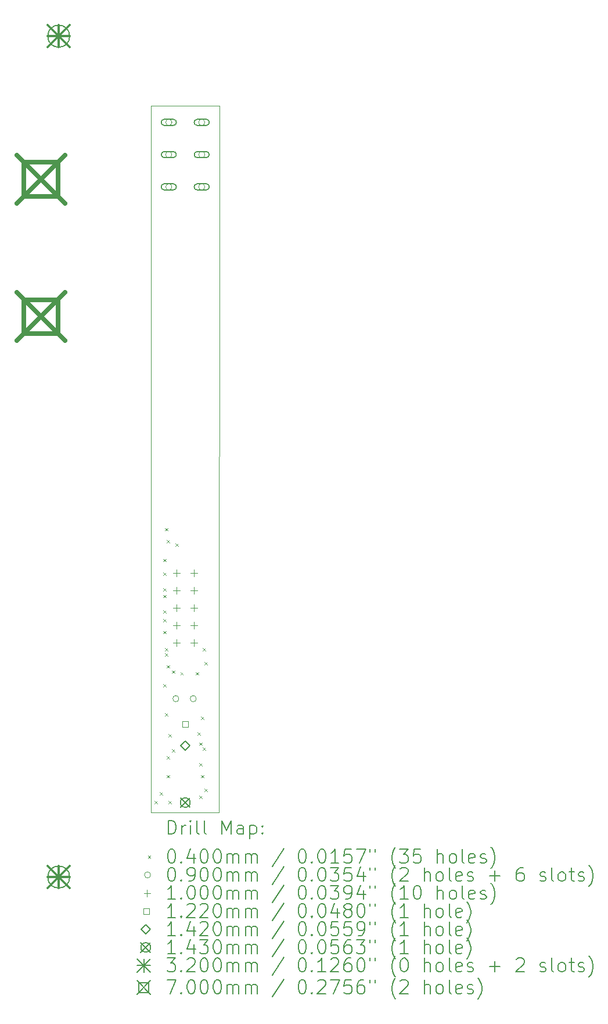
<source format=gbr>
%TF.GenerationSoftware,KiCad,Pcbnew,6.0.10+dfsg-1~bpo11+1*%
%TF.CreationDate,2023-02-04T10:57:42+08:00*%
%TF.ProjectId,MiniLFO,4d696e69-4c46-44f2-9e6b-696361645f70,rev?*%
%TF.SameCoordinates,Original*%
%TF.FileFunction,Drillmap*%
%TF.FilePolarity,Positive*%
%FSLAX45Y45*%
G04 Gerber Fmt 4.5, Leading zero omitted, Abs format (unit mm)*
G04 Created by KiCad (PCBNEW 6.0.10+dfsg-1~bpo11+1) date 2023-02-04 10:57:42*
%MOMM*%
%LPD*%
G01*
G04 APERTURE LIST*
%ADD10C,0.100000*%
%ADD11C,0.200000*%
%ADD12C,0.040000*%
%ADD13C,0.090000*%
%ADD14C,0.122000*%
%ADD15C,0.142000*%
%ADD16C,0.143000*%
%ADD17C,0.320000*%
%ADD18C,0.700000*%
G04 APERTURE END LIST*
D10*
X13000000Y-16600000D02*
X13000000Y-6300000D01*
X14000000Y-6300000D02*
X13995000Y-16600000D01*
X13000000Y-6300000D02*
X14000000Y-6300000D01*
X13995000Y-16600000D02*
X13000000Y-16600000D01*
D11*
D12*
X13055000Y-16430000D02*
X13095000Y-16470000D01*
X13095000Y-16430000D02*
X13055000Y-16470000D01*
X13130000Y-16305000D02*
X13170000Y-16345000D01*
X13170000Y-16305000D02*
X13130000Y-16345000D01*
X13180000Y-12905000D02*
X13220000Y-12945000D01*
X13220000Y-12905000D02*
X13180000Y-12945000D01*
X13180000Y-13105000D02*
X13220000Y-13145000D01*
X13220000Y-13105000D02*
X13180000Y-13145000D01*
X13180000Y-13330000D02*
X13220000Y-13370000D01*
X13220000Y-13330000D02*
X13180000Y-13370000D01*
X13180000Y-13430000D02*
X13220000Y-13470000D01*
X13220000Y-13430000D02*
X13180000Y-13470000D01*
X13180000Y-13655000D02*
X13220000Y-13695000D01*
X13220000Y-13655000D02*
X13180000Y-13695000D01*
X13180000Y-13780000D02*
X13220000Y-13820000D01*
X13220000Y-13780000D02*
X13180000Y-13820000D01*
X13180000Y-13955000D02*
X13220000Y-13995000D01*
X13220000Y-13955000D02*
X13180000Y-13995000D01*
X13180000Y-14730000D02*
X13220000Y-14770000D01*
X13220000Y-14730000D02*
X13180000Y-14770000D01*
X13205000Y-12455000D02*
X13245000Y-12495000D01*
X13245000Y-12455000D02*
X13205000Y-12495000D01*
X13205000Y-14205000D02*
X13245000Y-14245000D01*
X13245000Y-14205000D02*
X13205000Y-14245000D01*
X13205000Y-14280000D02*
X13245000Y-14320000D01*
X13245000Y-14280000D02*
X13205000Y-14320000D01*
X13205000Y-15155000D02*
X13245000Y-15195000D01*
X13245000Y-15155000D02*
X13205000Y-15195000D01*
X13230000Y-12630000D02*
X13270000Y-12670000D01*
X13270000Y-12630000D02*
X13230000Y-12670000D01*
X13230000Y-14455000D02*
X13270000Y-14495000D01*
X13270000Y-14455000D02*
X13230000Y-14495000D01*
X13230000Y-15780000D02*
X13270000Y-15820000D01*
X13270000Y-15780000D02*
X13230000Y-15820000D01*
X13230000Y-16055000D02*
X13270000Y-16095000D01*
X13270000Y-16055000D02*
X13230000Y-16095000D01*
X13255000Y-15455000D02*
X13295000Y-15495000D01*
X13295000Y-15455000D02*
X13255000Y-15495000D01*
X13255000Y-16430000D02*
X13295000Y-16470000D01*
X13295000Y-16430000D02*
X13255000Y-16470000D01*
X13305000Y-14530000D02*
X13345000Y-14570000D01*
X13345000Y-14530000D02*
X13305000Y-14570000D01*
X13305000Y-15680000D02*
X13345000Y-15720000D01*
X13345000Y-15680000D02*
X13305000Y-15720000D01*
X13355000Y-12680000D02*
X13395000Y-12720000D01*
X13395000Y-12680000D02*
X13355000Y-12720000D01*
X13430000Y-14555000D02*
X13470000Y-14595000D01*
X13470000Y-14555000D02*
X13430000Y-14595000D01*
X13655000Y-14555000D02*
X13695000Y-14595000D01*
X13695000Y-14555000D02*
X13655000Y-14595000D01*
X13680000Y-15430000D02*
X13720000Y-15470000D01*
X13720000Y-15430000D02*
X13680000Y-15470000D01*
X13705000Y-15580000D02*
X13745000Y-15620000D01*
X13745000Y-15580000D02*
X13705000Y-15620000D01*
X13705000Y-15880000D02*
X13745000Y-15920000D01*
X13745000Y-15880000D02*
X13705000Y-15920000D01*
X13705000Y-16355000D02*
X13745000Y-16395000D01*
X13745000Y-16355000D02*
X13705000Y-16395000D01*
X13730000Y-15205000D02*
X13770000Y-15245000D01*
X13770000Y-15205000D02*
X13730000Y-15245000D01*
X13730000Y-16055000D02*
X13770000Y-16095000D01*
X13770000Y-16055000D02*
X13730000Y-16095000D01*
X13755000Y-14205000D02*
X13795000Y-14245000D01*
X13795000Y-14205000D02*
X13755000Y-14245000D01*
X13755000Y-15655000D02*
X13795000Y-15695000D01*
X13795000Y-15655000D02*
X13755000Y-15695000D01*
X13780000Y-14405000D02*
X13820000Y-14445000D01*
X13820000Y-14405000D02*
X13780000Y-14445000D01*
X13780000Y-16255000D02*
X13820000Y-16295000D01*
X13820000Y-16255000D02*
X13780000Y-16295000D01*
D13*
X13305000Y-6545000D02*
G75*
G03*
X13305000Y-6545000I-45000J0D01*
G01*
D11*
X13195000Y-6590000D02*
X13325000Y-6590000D01*
X13195000Y-6500000D02*
X13325000Y-6500000D01*
X13325000Y-6590000D02*
G75*
G03*
X13325000Y-6500000I0J45000D01*
G01*
X13195000Y-6500000D02*
G75*
G03*
X13195000Y-6590000I0J-45000D01*
G01*
D13*
X13305000Y-7015000D02*
G75*
G03*
X13305000Y-7015000I-45000J0D01*
G01*
D11*
X13195000Y-7060000D02*
X13325000Y-7060000D01*
X13195000Y-6970000D02*
X13325000Y-6970000D01*
X13325000Y-7060000D02*
G75*
G03*
X13325000Y-6970000I0J45000D01*
G01*
X13195000Y-6970000D02*
G75*
G03*
X13195000Y-7060000I0J-45000D01*
G01*
D13*
X13305000Y-7485000D02*
G75*
G03*
X13305000Y-7485000I-45000J0D01*
G01*
D11*
X13195000Y-7530000D02*
X13325000Y-7530000D01*
X13195000Y-7440000D02*
X13325000Y-7440000D01*
X13325000Y-7530000D02*
G75*
G03*
X13325000Y-7440000I0J45000D01*
G01*
X13195000Y-7440000D02*
G75*
G03*
X13195000Y-7530000I0J-45000D01*
G01*
D13*
X13407500Y-14941000D02*
G75*
G03*
X13407500Y-14941000I-45000J0D01*
G01*
X13661500Y-14941000D02*
G75*
G03*
X13661500Y-14941000I-45000J0D01*
G01*
X13785000Y-6545000D02*
G75*
G03*
X13785000Y-6545000I-45000J0D01*
G01*
D11*
X13675000Y-6590000D02*
X13805000Y-6590000D01*
X13675000Y-6500000D02*
X13805000Y-6500000D01*
X13805000Y-6590000D02*
G75*
G03*
X13805000Y-6500000I0J45000D01*
G01*
X13675000Y-6500000D02*
G75*
G03*
X13675000Y-6590000I0J-45000D01*
G01*
D13*
X13785000Y-7015000D02*
G75*
G03*
X13785000Y-7015000I-45000J0D01*
G01*
D11*
X13675000Y-7060000D02*
X13805000Y-7060000D01*
X13675000Y-6970000D02*
X13805000Y-6970000D01*
X13805000Y-7060000D02*
G75*
G03*
X13805000Y-6970000I0J45000D01*
G01*
X13675000Y-6970000D02*
G75*
G03*
X13675000Y-7060000I0J-45000D01*
G01*
D13*
X13785000Y-7485000D02*
G75*
G03*
X13785000Y-7485000I-45000J0D01*
G01*
D11*
X13675000Y-7530000D02*
X13805000Y-7530000D01*
X13675000Y-7440000D02*
X13805000Y-7440000D01*
X13805000Y-7530000D02*
G75*
G03*
X13805000Y-7440000I0J45000D01*
G01*
X13675000Y-7440000D02*
G75*
G03*
X13675000Y-7530000I0J-45000D01*
G01*
D10*
X13371000Y-13063000D02*
X13371000Y-13163000D01*
X13321000Y-13113000D02*
X13421000Y-13113000D01*
X13371000Y-13317000D02*
X13371000Y-13417000D01*
X13321000Y-13367000D02*
X13421000Y-13367000D01*
X13371000Y-13571000D02*
X13371000Y-13671000D01*
X13321000Y-13621000D02*
X13421000Y-13621000D01*
X13371000Y-13825000D02*
X13371000Y-13925000D01*
X13321000Y-13875000D02*
X13421000Y-13875000D01*
X13371000Y-14079000D02*
X13371000Y-14179000D01*
X13321000Y-14129000D02*
X13421000Y-14129000D01*
X13625000Y-13063000D02*
X13625000Y-13163000D01*
X13575000Y-13113000D02*
X13675000Y-13113000D01*
X13625000Y-13317000D02*
X13625000Y-13417000D01*
X13575000Y-13367000D02*
X13675000Y-13367000D01*
X13625000Y-13571000D02*
X13625000Y-13671000D01*
X13575000Y-13621000D02*
X13675000Y-13621000D01*
X13625000Y-13825000D02*
X13625000Y-13925000D01*
X13575000Y-13875000D02*
X13675000Y-13875000D01*
X13625000Y-14079000D02*
X13625000Y-14179000D01*
X13575000Y-14129000D02*
X13675000Y-14129000D01*
D14*
X13543134Y-15358134D02*
X13543134Y-15271866D01*
X13456866Y-15271866D01*
X13456866Y-15358134D01*
X13543134Y-15358134D01*
D15*
X13500000Y-15696000D02*
X13571000Y-15625000D01*
X13500000Y-15554000D01*
X13429000Y-15625000D01*
X13500000Y-15696000D01*
D16*
X13428500Y-16383500D02*
X13571500Y-16526500D01*
X13571500Y-16383500D02*
X13428500Y-16526500D01*
X13571500Y-16455000D02*
G75*
G03*
X13571500Y-16455000I-71500J0D01*
G01*
D17*
X11495000Y-5130000D02*
X11815000Y-5450000D01*
X11815000Y-5130000D02*
X11495000Y-5450000D01*
X11655000Y-5130000D02*
X11655000Y-5450000D01*
X11495000Y-5290000D02*
X11815000Y-5290000D01*
D11*
X11495000Y-5290000D02*
X11495000Y-5290000D01*
X11815000Y-5290000D02*
X11815000Y-5290000D01*
X11495000Y-5290000D02*
G75*
G03*
X11815000Y-5290000I160000J0D01*
G01*
X11815000Y-5290000D02*
G75*
G03*
X11495000Y-5290000I-160000J0D01*
G01*
D17*
X11495000Y-17380000D02*
X11815000Y-17700000D01*
X11815000Y-17380000D02*
X11495000Y-17700000D01*
X11655000Y-17380000D02*
X11655000Y-17700000D01*
X11495000Y-17540000D02*
X11815000Y-17540000D01*
D11*
X11495000Y-17540000D02*
X11495000Y-17540000D01*
X11815000Y-17540000D02*
X11815000Y-17540000D01*
X11495000Y-17540000D02*
G75*
G03*
X11815000Y-17540000I160000J0D01*
G01*
X11815000Y-17540000D02*
G75*
G03*
X11495000Y-17540000I-160000J0D01*
G01*
D18*
X11045000Y-7024250D02*
X11745000Y-7724250D01*
X11745000Y-7024250D02*
X11045000Y-7724250D01*
X11642490Y-7621740D02*
X11642490Y-7126760D01*
X11147510Y-7126760D01*
X11147510Y-7621740D01*
X11642490Y-7621740D01*
X11045000Y-9025000D02*
X11745000Y-9725000D01*
X11745000Y-9025000D02*
X11045000Y-9725000D01*
X11642490Y-9622490D02*
X11642490Y-9127510D01*
X11147510Y-9127510D01*
X11147510Y-9622490D01*
X11642490Y-9622490D01*
D11*
X13252619Y-16915476D02*
X13252619Y-16715476D01*
X13300238Y-16715476D01*
X13328809Y-16725000D01*
X13347857Y-16744048D01*
X13357381Y-16763095D01*
X13366905Y-16801190D01*
X13366905Y-16829762D01*
X13357381Y-16867857D01*
X13347857Y-16886905D01*
X13328809Y-16905952D01*
X13300238Y-16915476D01*
X13252619Y-16915476D01*
X13452619Y-16915476D02*
X13452619Y-16782143D01*
X13452619Y-16820238D02*
X13462143Y-16801190D01*
X13471667Y-16791667D01*
X13490714Y-16782143D01*
X13509762Y-16782143D01*
X13576428Y-16915476D02*
X13576428Y-16782143D01*
X13576428Y-16715476D02*
X13566905Y-16725000D01*
X13576428Y-16734524D01*
X13585952Y-16725000D01*
X13576428Y-16715476D01*
X13576428Y-16734524D01*
X13700238Y-16915476D02*
X13681190Y-16905952D01*
X13671667Y-16886905D01*
X13671667Y-16715476D01*
X13805000Y-16915476D02*
X13785952Y-16905952D01*
X13776428Y-16886905D01*
X13776428Y-16715476D01*
X14033571Y-16915476D02*
X14033571Y-16715476D01*
X14100238Y-16858333D01*
X14166905Y-16715476D01*
X14166905Y-16915476D01*
X14347857Y-16915476D02*
X14347857Y-16810714D01*
X14338333Y-16791667D01*
X14319286Y-16782143D01*
X14281190Y-16782143D01*
X14262143Y-16791667D01*
X14347857Y-16905952D02*
X14328809Y-16915476D01*
X14281190Y-16915476D01*
X14262143Y-16905952D01*
X14252619Y-16886905D01*
X14252619Y-16867857D01*
X14262143Y-16848810D01*
X14281190Y-16839286D01*
X14328809Y-16839286D01*
X14347857Y-16829762D01*
X14443095Y-16782143D02*
X14443095Y-16982143D01*
X14443095Y-16791667D02*
X14462143Y-16782143D01*
X14500238Y-16782143D01*
X14519286Y-16791667D01*
X14528809Y-16801190D01*
X14538333Y-16820238D01*
X14538333Y-16877381D01*
X14528809Y-16896429D01*
X14519286Y-16905952D01*
X14500238Y-16915476D01*
X14462143Y-16915476D01*
X14443095Y-16905952D01*
X14624048Y-16896429D02*
X14633571Y-16905952D01*
X14624048Y-16915476D01*
X14614524Y-16905952D01*
X14624048Y-16896429D01*
X14624048Y-16915476D01*
X14624048Y-16791667D02*
X14633571Y-16801190D01*
X14624048Y-16810714D01*
X14614524Y-16801190D01*
X14624048Y-16791667D01*
X14624048Y-16810714D01*
D12*
X12955000Y-17225000D02*
X12995000Y-17265000D01*
X12995000Y-17225000D02*
X12955000Y-17265000D01*
D11*
X13290714Y-17135476D02*
X13309762Y-17135476D01*
X13328809Y-17145000D01*
X13338333Y-17154524D01*
X13347857Y-17173571D01*
X13357381Y-17211667D01*
X13357381Y-17259286D01*
X13347857Y-17297381D01*
X13338333Y-17316429D01*
X13328809Y-17325952D01*
X13309762Y-17335476D01*
X13290714Y-17335476D01*
X13271667Y-17325952D01*
X13262143Y-17316429D01*
X13252619Y-17297381D01*
X13243095Y-17259286D01*
X13243095Y-17211667D01*
X13252619Y-17173571D01*
X13262143Y-17154524D01*
X13271667Y-17145000D01*
X13290714Y-17135476D01*
X13443095Y-17316429D02*
X13452619Y-17325952D01*
X13443095Y-17335476D01*
X13433571Y-17325952D01*
X13443095Y-17316429D01*
X13443095Y-17335476D01*
X13624048Y-17202143D02*
X13624048Y-17335476D01*
X13576428Y-17125952D02*
X13528809Y-17268810D01*
X13652619Y-17268810D01*
X13766905Y-17135476D02*
X13785952Y-17135476D01*
X13805000Y-17145000D01*
X13814524Y-17154524D01*
X13824048Y-17173571D01*
X13833571Y-17211667D01*
X13833571Y-17259286D01*
X13824048Y-17297381D01*
X13814524Y-17316429D01*
X13805000Y-17325952D01*
X13785952Y-17335476D01*
X13766905Y-17335476D01*
X13747857Y-17325952D01*
X13738333Y-17316429D01*
X13728809Y-17297381D01*
X13719286Y-17259286D01*
X13719286Y-17211667D01*
X13728809Y-17173571D01*
X13738333Y-17154524D01*
X13747857Y-17145000D01*
X13766905Y-17135476D01*
X13957381Y-17135476D02*
X13976428Y-17135476D01*
X13995476Y-17145000D01*
X14005000Y-17154524D01*
X14014524Y-17173571D01*
X14024048Y-17211667D01*
X14024048Y-17259286D01*
X14014524Y-17297381D01*
X14005000Y-17316429D01*
X13995476Y-17325952D01*
X13976428Y-17335476D01*
X13957381Y-17335476D01*
X13938333Y-17325952D01*
X13928809Y-17316429D01*
X13919286Y-17297381D01*
X13909762Y-17259286D01*
X13909762Y-17211667D01*
X13919286Y-17173571D01*
X13928809Y-17154524D01*
X13938333Y-17145000D01*
X13957381Y-17135476D01*
X14109762Y-17335476D02*
X14109762Y-17202143D01*
X14109762Y-17221190D02*
X14119286Y-17211667D01*
X14138333Y-17202143D01*
X14166905Y-17202143D01*
X14185952Y-17211667D01*
X14195476Y-17230714D01*
X14195476Y-17335476D01*
X14195476Y-17230714D02*
X14205000Y-17211667D01*
X14224048Y-17202143D01*
X14252619Y-17202143D01*
X14271667Y-17211667D01*
X14281190Y-17230714D01*
X14281190Y-17335476D01*
X14376428Y-17335476D02*
X14376428Y-17202143D01*
X14376428Y-17221190D02*
X14385952Y-17211667D01*
X14405000Y-17202143D01*
X14433571Y-17202143D01*
X14452619Y-17211667D01*
X14462143Y-17230714D01*
X14462143Y-17335476D01*
X14462143Y-17230714D02*
X14471667Y-17211667D01*
X14490714Y-17202143D01*
X14519286Y-17202143D01*
X14538333Y-17211667D01*
X14547857Y-17230714D01*
X14547857Y-17335476D01*
X14938333Y-17125952D02*
X14766905Y-17383095D01*
X15195476Y-17135476D02*
X15214524Y-17135476D01*
X15233571Y-17145000D01*
X15243095Y-17154524D01*
X15252619Y-17173571D01*
X15262143Y-17211667D01*
X15262143Y-17259286D01*
X15252619Y-17297381D01*
X15243095Y-17316429D01*
X15233571Y-17325952D01*
X15214524Y-17335476D01*
X15195476Y-17335476D01*
X15176428Y-17325952D01*
X15166905Y-17316429D01*
X15157381Y-17297381D01*
X15147857Y-17259286D01*
X15147857Y-17211667D01*
X15157381Y-17173571D01*
X15166905Y-17154524D01*
X15176428Y-17145000D01*
X15195476Y-17135476D01*
X15347857Y-17316429D02*
X15357381Y-17325952D01*
X15347857Y-17335476D01*
X15338333Y-17325952D01*
X15347857Y-17316429D01*
X15347857Y-17335476D01*
X15481190Y-17135476D02*
X15500238Y-17135476D01*
X15519286Y-17145000D01*
X15528809Y-17154524D01*
X15538333Y-17173571D01*
X15547857Y-17211667D01*
X15547857Y-17259286D01*
X15538333Y-17297381D01*
X15528809Y-17316429D01*
X15519286Y-17325952D01*
X15500238Y-17335476D01*
X15481190Y-17335476D01*
X15462143Y-17325952D01*
X15452619Y-17316429D01*
X15443095Y-17297381D01*
X15433571Y-17259286D01*
X15433571Y-17211667D01*
X15443095Y-17173571D01*
X15452619Y-17154524D01*
X15462143Y-17145000D01*
X15481190Y-17135476D01*
X15738333Y-17335476D02*
X15624048Y-17335476D01*
X15681190Y-17335476D02*
X15681190Y-17135476D01*
X15662143Y-17164048D01*
X15643095Y-17183095D01*
X15624048Y-17192619D01*
X15919286Y-17135476D02*
X15824048Y-17135476D01*
X15814524Y-17230714D01*
X15824048Y-17221190D01*
X15843095Y-17211667D01*
X15890714Y-17211667D01*
X15909762Y-17221190D01*
X15919286Y-17230714D01*
X15928809Y-17249762D01*
X15928809Y-17297381D01*
X15919286Y-17316429D01*
X15909762Y-17325952D01*
X15890714Y-17335476D01*
X15843095Y-17335476D01*
X15824048Y-17325952D01*
X15814524Y-17316429D01*
X15995476Y-17135476D02*
X16128809Y-17135476D01*
X16043095Y-17335476D01*
X16195476Y-17135476D02*
X16195476Y-17173571D01*
X16271667Y-17135476D02*
X16271667Y-17173571D01*
X16566905Y-17411667D02*
X16557381Y-17402143D01*
X16538333Y-17373571D01*
X16528809Y-17354524D01*
X16519286Y-17325952D01*
X16509762Y-17278333D01*
X16509762Y-17240238D01*
X16519286Y-17192619D01*
X16528809Y-17164048D01*
X16538333Y-17145000D01*
X16557381Y-17116429D01*
X16566905Y-17106905D01*
X16624048Y-17135476D02*
X16747857Y-17135476D01*
X16681190Y-17211667D01*
X16709762Y-17211667D01*
X16728809Y-17221190D01*
X16738333Y-17230714D01*
X16747857Y-17249762D01*
X16747857Y-17297381D01*
X16738333Y-17316429D01*
X16728809Y-17325952D01*
X16709762Y-17335476D01*
X16652619Y-17335476D01*
X16633571Y-17325952D01*
X16624048Y-17316429D01*
X16928810Y-17135476D02*
X16833571Y-17135476D01*
X16824048Y-17230714D01*
X16833571Y-17221190D01*
X16852619Y-17211667D01*
X16900238Y-17211667D01*
X16919286Y-17221190D01*
X16928810Y-17230714D01*
X16938333Y-17249762D01*
X16938333Y-17297381D01*
X16928810Y-17316429D01*
X16919286Y-17325952D01*
X16900238Y-17335476D01*
X16852619Y-17335476D01*
X16833571Y-17325952D01*
X16824048Y-17316429D01*
X17176429Y-17335476D02*
X17176429Y-17135476D01*
X17262143Y-17335476D02*
X17262143Y-17230714D01*
X17252619Y-17211667D01*
X17233571Y-17202143D01*
X17205000Y-17202143D01*
X17185952Y-17211667D01*
X17176429Y-17221190D01*
X17385952Y-17335476D02*
X17366905Y-17325952D01*
X17357381Y-17316429D01*
X17347857Y-17297381D01*
X17347857Y-17240238D01*
X17357381Y-17221190D01*
X17366905Y-17211667D01*
X17385952Y-17202143D01*
X17414524Y-17202143D01*
X17433571Y-17211667D01*
X17443095Y-17221190D01*
X17452619Y-17240238D01*
X17452619Y-17297381D01*
X17443095Y-17316429D01*
X17433571Y-17325952D01*
X17414524Y-17335476D01*
X17385952Y-17335476D01*
X17566905Y-17335476D02*
X17547857Y-17325952D01*
X17538333Y-17306905D01*
X17538333Y-17135476D01*
X17719286Y-17325952D02*
X17700238Y-17335476D01*
X17662143Y-17335476D01*
X17643095Y-17325952D01*
X17633571Y-17306905D01*
X17633571Y-17230714D01*
X17643095Y-17211667D01*
X17662143Y-17202143D01*
X17700238Y-17202143D01*
X17719286Y-17211667D01*
X17728810Y-17230714D01*
X17728810Y-17249762D01*
X17633571Y-17268810D01*
X17805000Y-17325952D02*
X17824048Y-17335476D01*
X17862143Y-17335476D01*
X17881190Y-17325952D01*
X17890714Y-17306905D01*
X17890714Y-17297381D01*
X17881190Y-17278333D01*
X17862143Y-17268810D01*
X17833571Y-17268810D01*
X17814524Y-17259286D01*
X17805000Y-17240238D01*
X17805000Y-17230714D01*
X17814524Y-17211667D01*
X17833571Y-17202143D01*
X17862143Y-17202143D01*
X17881190Y-17211667D01*
X17957381Y-17411667D02*
X17966905Y-17402143D01*
X17985952Y-17373571D01*
X17995476Y-17354524D01*
X18005000Y-17325952D01*
X18014524Y-17278333D01*
X18014524Y-17240238D01*
X18005000Y-17192619D01*
X17995476Y-17164048D01*
X17985952Y-17145000D01*
X17966905Y-17116429D01*
X17957381Y-17106905D01*
D13*
X12995000Y-17509000D02*
G75*
G03*
X12995000Y-17509000I-45000J0D01*
G01*
D11*
X13290714Y-17399476D02*
X13309762Y-17399476D01*
X13328809Y-17409000D01*
X13338333Y-17418524D01*
X13347857Y-17437571D01*
X13357381Y-17475667D01*
X13357381Y-17523286D01*
X13347857Y-17561381D01*
X13338333Y-17580429D01*
X13328809Y-17589952D01*
X13309762Y-17599476D01*
X13290714Y-17599476D01*
X13271667Y-17589952D01*
X13262143Y-17580429D01*
X13252619Y-17561381D01*
X13243095Y-17523286D01*
X13243095Y-17475667D01*
X13252619Y-17437571D01*
X13262143Y-17418524D01*
X13271667Y-17409000D01*
X13290714Y-17399476D01*
X13443095Y-17580429D02*
X13452619Y-17589952D01*
X13443095Y-17599476D01*
X13433571Y-17589952D01*
X13443095Y-17580429D01*
X13443095Y-17599476D01*
X13547857Y-17599476D02*
X13585952Y-17599476D01*
X13605000Y-17589952D01*
X13614524Y-17580429D01*
X13633571Y-17551857D01*
X13643095Y-17513762D01*
X13643095Y-17437571D01*
X13633571Y-17418524D01*
X13624048Y-17409000D01*
X13605000Y-17399476D01*
X13566905Y-17399476D01*
X13547857Y-17409000D01*
X13538333Y-17418524D01*
X13528809Y-17437571D01*
X13528809Y-17485190D01*
X13538333Y-17504238D01*
X13547857Y-17513762D01*
X13566905Y-17523286D01*
X13605000Y-17523286D01*
X13624048Y-17513762D01*
X13633571Y-17504238D01*
X13643095Y-17485190D01*
X13766905Y-17399476D02*
X13785952Y-17399476D01*
X13805000Y-17409000D01*
X13814524Y-17418524D01*
X13824048Y-17437571D01*
X13833571Y-17475667D01*
X13833571Y-17523286D01*
X13824048Y-17561381D01*
X13814524Y-17580429D01*
X13805000Y-17589952D01*
X13785952Y-17599476D01*
X13766905Y-17599476D01*
X13747857Y-17589952D01*
X13738333Y-17580429D01*
X13728809Y-17561381D01*
X13719286Y-17523286D01*
X13719286Y-17475667D01*
X13728809Y-17437571D01*
X13738333Y-17418524D01*
X13747857Y-17409000D01*
X13766905Y-17399476D01*
X13957381Y-17399476D02*
X13976428Y-17399476D01*
X13995476Y-17409000D01*
X14005000Y-17418524D01*
X14014524Y-17437571D01*
X14024048Y-17475667D01*
X14024048Y-17523286D01*
X14014524Y-17561381D01*
X14005000Y-17580429D01*
X13995476Y-17589952D01*
X13976428Y-17599476D01*
X13957381Y-17599476D01*
X13938333Y-17589952D01*
X13928809Y-17580429D01*
X13919286Y-17561381D01*
X13909762Y-17523286D01*
X13909762Y-17475667D01*
X13919286Y-17437571D01*
X13928809Y-17418524D01*
X13938333Y-17409000D01*
X13957381Y-17399476D01*
X14109762Y-17599476D02*
X14109762Y-17466143D01*
X14109762Y-17485190D02*
X14119286Y-17475667D01*
X14138333Y-17466143D01*
X14166905Y-17466143D01*
X14185952Y-17475667D01*
X14195476Y-17494714D01*
X14195476Y-17599476D01*
X14195476Y-17494714D02*
X14205000Y-17475667D01*
X14224048Y-17466143D01*
X14252619Y-17466143D01*
X14271667Y-17475667D01*
X14281190Y-17494714D01*
X14281190Y-17599476D01*
X14376428Y-17599476D02*
X14376428Y-17466143D01*
X14376428Y-17485190D02*
X14385952Y-17475667D01*
X14405000Y-17466143D01*
X14433571Y-17466143D01*
X14452619Y-17475667D01*
X14462143Y-17494714D01*
X14462143Y-17599476D01*
X14462143Y-17494714D02*
X14471667Y-17475667D01*
X14490714Y-17466143D01*
X14519286Y-17466143D01*
X14538333Y-17475667D01*
X14547857Y-17494714D01*
X14547857Y-17599476D01*
X14938333Y-17389952D02*
X14766905Y-17647095D01*
X15195476Y-17399476D02*
X15214524Y-17399476D01*
X15233571Y-17409000D01*
X15243095Y-17418524D01*
X15252619Y-17437571D01*
X15262143Y-17475667D01*
X15262143Y-17523286D01*
X15252619Y-17561381D01*
X15243095Y-17580429D01*
X15233571Y-17589952D01*
X15214524Y-17599476D01*
X15195476Y-17599476D01*
X15176428Y-17589952D01*
X15166905Y-17580429D01*
X15157381Y-17561381D01*
X15147857Y-17523286D01*
X15147857Y-17475667D01*
X15157381Y-17437571D01*
X15166905Y-17418524D01*
X15176428Y-17409000D01*
X15195476Y-17399476D01*
X15347857Y-17580429D02*
X15357381Y-17589952D01*
X15347857Y-17599476D01*
X15338333Y-17589952D01*
X15347857Y-17580429D01*
X15347857Y-17599476D01*
X15481190Y-17399476D02*
X15500238Y-17399476D01*
X15519286Y-17409000D01*
X15528809Y-17418524D01*
X15538333Y-17437571D01*
X15547857Y-17475667D01*
X15547857Y-17523286D01*
X15538333Y-17561381D01*
X15528809Y-17580429D01*
X15519286Y-17589952D01*
X15500238Y-17599476D01*
X15481190Y-17599476D01*
X15462143Y-17589952D01*
X15452619Y-17580429D01*
X15443095Y-17561381D01*
X15433571Y-17523286D01*
X15433571Y-17475667D01*
X15443095Y-17437571D01*
X15452619Y-17418524D01*
X15462143Y-17409000D01*
X15481190Y-17399476D01*
X15614524Y-17399476D02*
X15738333Y-17399476D01*
X15671667Y-17475667D01*
X15700238Y-17475667D01*
X15719286Y-17485190D01*
X15728809Y-17494714D01*
X15738333Y-17513762D01*
X15738333Y-17561381D01*
X15728809Y-17580429D01*
X15719286Y-17589952D01*
X15700238Y-17599476D01*
X15643095Y-17599476D01*
X15624048Y-17589952D01*
X15614524Y-17580429D01*
X15919286Y-17399476D02*
X15824048Y-17399476D01*
X15814524Y-17494714D01*
X15824048Y-17485190D01*
X15843095Y-17475667D01*
X15890714Y-17475667D01*
X15909762Y-17485190D01*
X15919286Y-17494714D01*
X15928809Y-17513762D01*
X15928809Y-17561381D01*
X15919286Y-17580429D01*
X15909762Y-17589952D01*
X15890714Y-17599476D01*
X15843095Y-17599476D01*
X15824048Y-17589952D01*
X15814524Y-17580429D01*
X16100238Y-17466143D02*
X16100238Y-17599476D01*
X16052619Y-17389952D02*
X16005000Y-17532810D01*
X16128809Y-17532810D01*
X16195476Y-17399476D02*
X16195476Y-17437571D01*
X16271667Y-17399476D02*
X16271667Y-17437571D01*
X16566905Y-17675667D02*
X16557381Y-17666143D01*
X16538333Y-17637571D01*
X16528809Y-17618524D01*
X16519286Y-17589952D01*
X16509762Y-17542333D01*
X16509762Y-17504238D01*
X16519286Y-17456619D01*
X16528809Y-17428048D01*
X16538333Y-17409000D01*
X16557381Y-17380429D01*
X16566905Y-17370905D01*
X16633571Y-17418524D02*
X16643095Y-17409000D01*
X16662143Y-17399476D01*
X16709762Y-17399476D01*
X16728809Y-17409000D01*
X16738333Y-17418524D01*
X16747857Y-17437571D01*
X16747857Y-17456619D01*
X16738333Y-17485190D01*
X16624048Y-17599476D01*
X16747857Y-17599476D01*
X16985952Y-17599476D02*
X16985952Y-17399476D01*
X17071667Y-17599476D02*
X17071667Y-17494714D01*
X17062143Y-17475667D01*
X17043095Y-17466143D01*
X17014524Y-17466143D01*
X16995476Y-17475667D01*
X16985952Y-17485190D01*
X17195476Y-17599476D02*
X17176429Y-17589952D01*
X17166905Y-17580429D01*
X17157381Y-17561381D01*
X17157381Y-17504238D01*
X17166905Y-17485190D01*
X17176429Y-17475667D01*
X17195476Y-17466143D01*
X17224048Y-17466143D01*
X17243095Y-17475667D01*
X17252619Y-17485190D01*
X17262143Y-17504238D01*
X17262143Y-17561381D01*
X17252619Y-17580429D01*
X17243095Y-17589952D01*
X17224048Y-17599476D01*
X17195476Y-17599476D01*
X17376429Y-17599476D02*
X17357381Y-17589952D01*
X17347857Y-17570905D01*
X17347857Y-17399476D01*
X17528810Y-17589952D02*
X17509762Y-17599476D01*
X17471667Y-17599476D01*
X17452619Y-17589952D01*
X17443095Y-17570905D01*
X17443095Y-17494714D01*
X17452619Y-17475667D01*
X17471667Y-17466143D01*
X17509762Y-17466143D01*
X17528810Y-17475667D01*
X17538333Y-17494714D01*
X17538333Y-17513762D01*
X17443095Y-17532810D01*
X17614524Y-17589952D02*
X17633571Y-17599476D01*
X17671667Y-17599476D01*
X17690714Y-17589952D01*
X17700238Y-17570905D01*
X17700238Y-17561381D01*
X17690714Y-17542333D01*
X17671667Y-17532810D01*
X17643095Y-17532810D01*
X17624048Y-17523286D01*
X17614524Y-17504238D01*
X17614524Y-17494714D01*
X17624048Y-17475667D01*
X17643095Y-17466143D01*
X17671667Y-17466143D01*
X17690714Y-17475667D01*
X17938333Y-17523286D02*
X18090714Y-17523286D01*
X18014524Y-17599476D02*
X18014524Y-17447095D01*
X18424048Y-17399476D02*
X18385952Y-17399476D01*
X18366905Y-17409000D01*
X18357381Y-17418524D01*
X18338333Y-17447095D01*
X18328810Y-17485190D01*
X18328810Y-17561381D01*
X18338333Y-17580429D01*
X18347857Y-17589952D01*
X18366905Y-17599476D01*
X18405000Y-17599476D01*
X18424048Y-17589952D01*
X18433571Y-17580429D01*
X18443095Y-17561381D01*
X18443095Y-17513762D01*
X18433571Y-17494714D01*
X18424048Y-17485190D01*
X18405000Y-17475667D01*
X18366905Y-17475667D01*
X18347857Y-17485190D01*
X18338333Y-17494714D01*
X18328810Y-17513762D01*
X18671667Y-17589952D02*
X18690714Y-17599476D01*
X18728810Y-17599476D01*
X18747857Y-17589952D01*
X18757381Y-17570905D01*
X18757381Y-17561381D01*
X18747857Y-17542333D01*
X18728810Y-17532810D01*
X18700238Y-17532810D01*
X18681190Y-17523286D01*
X18671667Y-17504238D01*
X18671667Y-17494714D01*
X18681190Y-17475667D01*
X18700238Y-17466143D01*
X18728810Y-17466143D01*
X18747857Y-17475667D01*
X18871667Y-17599476D02*
X18852619Y-17589952D01*
X18843095Y-17570905D01*
X18843095Y-17399476D01*
X18976429Y-17599476D02*
X18957381Y-17589952D01*
X18947857Y-17580429D01*
X18938333Y-17561381D01*
X18938333Y-17504238D01*
X18947857Y-17485190D01*
X18957381Y-17475667D01*
X18976429Y-17466143D01*
X19005000Y-17466143D01*
X19024048Y-17475667D01*
X19033571Y-17485190D01*
X19043095Y-17504238D01*
X19043095Y-17561381D01*
X19033571Y-17580429D01*
X19024048Y-17589952D01*
X19005000Y-17599476D01*
X18976429Y-17599476D01*
X19100238Y-17466143D02*
X19176429Y-17466143D01*
X19128810Y-17399476D02*
X19128810Y-17570905D01*
X19138333Y-17589952D01*
X19157381Y-17599476D01*
X19176429Y-17599476D01*
X19233571Y-17589952D02*
X19252619Y-17599476D01*
X19290714Y-17599476D01*
X19309762Y-17589952D01*
X19319286Y-17570905D01*
X19319286Y-17561381D01*
X19309762Y-17542333D01*
X19290714Y-17532810D01*
X19262143Y-17532810D01*
X19243095Y-17523286D01*
X19233571Y-17504238D01*
X19233571Y-17494714D01*
X19243095Y-17475667D01*
X19262143Y-17466143D01*
X19290714Y-17466143D01*
X19309762Y-17475667D01*
X19385952Y-17675667D02*
X19395476Y-17666143D01*
X19414524Y-17637571D01*
X19424048Y-17618524D01*
X19433571Y-17589952D01*
X19443095Y-17542333D01*
X19443095Y-17504238D01*
X19433571Y-17456619D01*
X19424048Y-17428048D01*
X19414524Y-17409000D01*
X19395476Y-17380429D01*
X19385952Y-17370905D01*
D10*
X12945000Y-17723000D02*
X12945000Y-17823000D01*
X12895000Y-17773000D02*
X12995000Y-17773000D01*
D11*
X13357381Y-17863476D02*
X13243095Y-17863476D01*
X13300238Y-17863476D02*
X13300238Y-17663476D01*
X13281190Y-17692048D01*
X13262143Y-17711095D01*
X13243095Y-17720619D01*
X13443095Y-17844429D02*
X13452619Y-17853952D01*
X13443095Y-17863476D01*
X13433571Y-17853952D01*
X13443095Y-17844429D01*
X13443095Y-17863476D01*
X13576428Y-17663476D02*
X13595476Y-17663476D01*
X13614524Y-17673000D01*
X13624048Y-17682524D01*
X13633571Y-17701571D01*
X13643095Y-17739667D01*
X13643095Y-17787286D01*
X13633571Y-17825381D01*
X13624048Y-17844429D01*
X13614524Y-17853952D01*
X13595476Y-17863476D01*
X13576428Y-17863476D01*
X13557381Y-17853952D01*
X13547857Y-17844429D01*
X13538333Y-17825381D01*
X13528809Y-17787286D01*
X13528809Y-17739667D01*
X13538333Y-17701571D01*
X13547857Y-17682524D01*
X13557381Y-17673000D01*
X13576428Y-17663476D01*
X13766905Y-17663476D02*
X13785952Y-17663476D01*
X13805000Y-17673000D01*
X13814524Y-17682524D01*
X13824048Y-17701571D01*
X13833571Y-17739667D01*
X13833571Y-17787286D01*
X13824048Y-17825381D01*
X13814524Y-17844429D01*
X13805000Y-17853952D01*
X13785952Y-17863476D01*
X13766905Y-17863476D01*
X13747857Y-17853952D01*
X13738333Y-17844429D01*
X13728809Y-17825381D01*
X13719286Y-17787286D01*
X13719286Y-17739667D01*
X13728809Y-17701571D01*
X13738333Y-17682524D01*
X13747857Y-17673000D01*
X13766905Y-17663476D01*
X13957381Y-17663476D02*
X13976428Y-17663476D01*
X13995476Y-17673000D01*
X14005000Y-17682524D01*
X14014524Y-17701571D01*
X14024048Y-17739667D01*
X14024048Y-17787286D01*
X14014524Y-17825381D01*
X14005000Y-17844429D01*
X13995476Y-17853952D01*
X13976428Y-17863476D01*
X13957381Y-17863476D01*
X13938333Y-17853952D01*
X13928809Y-17844429D01*
X13919286Y-17825381D01*
X13909762Y-17787286D01*
X13909762Y-17739667D01*
X13919286Y-17701571D01*
X13928809Y-17682524D01*
X13938333Y-17673000D01*
X13957381Y-17663476D01*
X14109762Y-17863476D02*
X14109762Y-17730143D01*
X14109762Y-17749190D02*
X14119286Y-17739667D01*
X14138333Y-17730143D01*
X14166905Y-17730143D01*
X14185952Y-17739667D01*
X14195476Y-17758714D01*
X14195476Y-17863476D01*
X14195476Y-17758714D02*
X14205000Y-17739667D01*
X14224048Y-17730143D01*
X14252619Y-17730143D01*
X14271667Y-17739667D01*
X14281190Y-17758714D01*
X14281190Y-17863476D01*
X14376428Y-17863476D02*
X14376428Y-17730143D01*
X14376428Y-17749190D02*
X14385952Y-17739667D01*
X14405000Y-17730143D01*
X14433571Y-17730143D01*
X14452619Y-17739667D01*
X14462143Y-17758714D01*
X14462143Y-17863476D01*
X14462143Y-17758714D02*
X14471667Y-17739667D01*
X14490714Y-17730143D01*
X14519286Y-17730143D01*
X14538333Y-17739667D01*
X14547857Y-17758714D01*
X14547857Y-17863476D01*
X14938333Y-17653952D02*
X14766905Y-17911095D01*
X15195476Y-17663476D02*
X15214524Y-17663476D01*
X15233571Y-17673000D01*
X15243095Y-17682524D01*
X15252619Y-17701571D01*
X15262143Y-17739667D01*
X15262143Y-17787286D01*
X15252619Y-17825381D01*
X15243095Y-17844429D01*
X15233571Y-17853952D01*
X15214524Y-17863476D01*
X15195476Y-17863476D01*
X15176428Y-17853952D01*
X15166905Y-17844429D01*
X15157381Y-17825381D01*
X15147857Y-17787286D01*
X15147857Y-17739667D01*
X15157381Y-17701571D01*
X15166905Y-17682524D01*
X15176428Y-17673000D01*
X15195476Y-17663476D01*
X15347857Y-17844429D02*
X15357381Y-17853952D01*
X15347857Y-17863476D01*
X15338333Y-17853952D01*
X15347857Y-17844429D01*
X15347857Y-17863476D01*
X15481190Y-17663476D02*
X15500238Y-17663476D01*
X15519286Y-17673000D01*
X15528809Y-17682524D01*
X15538333Y-17701571D01*
X15547857Y-17739667D01*
X15547857Y-17787286D01*
X15538333Y-17825381D01*
X15528809Y-17844429D01*
X15519286Y-17853952D01*
X15500238Y-17863476D01*
X15481190Y-17863476D01*
X15462143Y-17853952D01*
X15452619Y-17844429D01*
X15443095Y-17825381D01*
X15433571Y-17787286D01*
X15433571Y-17739667D01*
X15443095Y-17701571D01*
X15452619Y-17682524D01*
X15462143Y-17673000D01*
X15481190Y-17663476D01*
X15614524Y-17663476D02*
X15738333Y-17663476D01*
X15671667Y-17739667D01*
X15700238Y-17739667D01*
X15719286Y-17749190D01*
X15728809Y-17758714D01*
X15738333Y-17777762D01*
X15738333Y-17825381D01*
X15728809Y-17844429D01*
X15719286Y-17853952D01*
X15700238Y-17863476D01*
X15643095Y-17863476D01*
X15624048Y-17853952D01*
X15614524Y-17844429D01*
X15833571Y-17863476D02*
X15871667Y-17863476D01*
X15890714Y-17853952D01*
X15900238Y-17844429D01*
X15919286Y-17815857D01*
X15928809Y-17777762D01*
X15928809Y-17701571D01*
X15919286Y-17682524D01*
X15909762Y-17673000D01*
X15890714Y-17663476D01*
X15852619Y-17663476D01*
X15833571Y-17673000D01*
X15824048Y-17682524D01*
X15814524Y-17701571D01*
X15814524Y-17749190D01*
X15824048Y-17768238D01*
X15833571Y-17777762D01*
X15852619Y-17787286D01*
X15890714Y-17787286D01*
X15909762Y-17777762D01*
X15919286Y-17768238D01*
X15928809Y-17749190D01*
X16100238Y-17730143D02*
X16100238Y-17863476D01*
X16052619Y-17653952D02*
X16005000Y-17796810D01*
X16128809Y-17796810D01*
X16195476Y-17663476D02*
X16195476Y-17701571D01*
X16271667Y-17663476D02*
X16271667Y-17701571D01*
X16566905Y-17939667D02*
X16557381Y-17930143D01*
X16538333Y-17901571D01*
X16528809Y-17882524D01*
X16519286Y-17853952D01*
X16509762Y-17806333D01*
X16509762Y-17768238D01*
X16519286Y-17720619D01*
X16528809Y-17692048D01*
X16538333Y-17673000D01*
X16557381Y-17644429D01*
X16566905Y-17634905D01*
X16747857Y-17863476D02*
X16633571Y-17863476D01*
X16690714Y-17863476D02*
X16690714Y-17663476D01*
X16671667Y-17692048D01*
X16652619Y-17711095D01*
X16633571Y-17720619D01*
X16871667Y-17663476D02*
X16890714Y-17663476D01*
X16909762Y-17673000D01*
X16919286Y-17682524D01*
X16928810Y-17701571D01*
X16938333Y-17739667D01*
X16938333Y-17787286D01*
X16928810Y-17825381D01*
X16919286Y-17844429D01*
X16909762Y-17853952D01*
X16890714Y-17863476D01*
X16871667Y-17863476D01*
X16852619Y-17853952D01*
X16843095Y-17844429D01*
X16833571Y-17825381D01*
X16824048Y-17787286D01*
X16824048Y-17739667D01*
X16833571Y-17701571D01*
X16843095Y-17682524D01*
X16852619Y-17673000D01*
X16871667Y-17663476D01*
X17176429Y-17863476D02*
X17176429Y-17663476D01*
X17262143Y-17863476D02*
X17262143Y-17758714D01*
X17252619Y-17739667D01*
X17233571Y-17730143D01*
X17205000Y-17730143D01*
X17185952Y-17739667D01*
X17176429Y-17749190D01*
X17385952Y-17863476D02*
X17366905Y-17853952D01*
X17357381Y-17844429D01*
X17347857Y-17825381D01*
X17347857Y-17768238D01*
X17357381Y-17749190D01*
X17366905Y-17739667D01*
X17385952Y-17730143D01*
X17414524Y-17730143D01*
X17433571Y-17739667D01*
X17443095Y-17749190D01*
X17452619Y-17768238D01*
X17452619Y-17825381D01*
X17443095Y-17844429D01*
X17433571Y-17853952D01*
X17414524Y-17863476D01*
X17385952Y-17863476D01*
X17566905Y-17863476D02*
X17547857Y-17853952D01*
X17538333Y-17834905D01*
X17538333Y-17663476D01*
X17719286Y-17853952D02*
X17700238Y-17863476D01*
X17662143Y-17863476D01*
X17643095Y-17853952D01*
X17633571Y-17834905D01*
X17633571Y-17758714D01*
X17643095Y-17739667D01*
X17662143Y-17730143D01*
X17700238Y-17730143D01*
X17719286Y-17739667D01*
X17728810Y-17758714D01*
X17728810Y-17777762D01*
X17633571Y-17796810D01*
X17805000Y-17853952D02*
X17824048Y-17863476D01*
X17862143Y-17863476D01*
X17881190Y-17853952D01*
X17890714Y-17834905D01*
X17890714Y-17825381D01*
X17881190Y-17806333D01*
X17862143Y-17796810D01*
X17833571Y-17796810D01*
X17814524Y-17787286D01*
X17805000Y-17768238D01*
X17805000Y-17758714D01*
X17814524Y-17739667D01*
X17833571Y-17730143D01*
X17862143Y-17730143D01*
X17881190Y-17739667D01*
X17957381Y-17939667D02*
X17966905Y-17930143D01*
X17985952Y-17901571D01*
X17995476Y-17882524D01*
X18005000Y-17853952D01*
X18014524Y-17806333D01*
X18014524Y-17768238D01*
X18005000Y-17720619D01*
X17995476Y-17692048D01*
X17985952Y-17673000D01*
X17966905Y-17644429D01*
X17957381Y-17634905D01*
D14*
X12977134Y-18080134D02*
X12977134Y-17993866D01*
X12890866Y-17993866D01*
X12890866Y-18080134D01*
X12977134Y-18080134D01*
D11*
X13357381Y-18127476D02*
X13243095Y-18127476D01*
X13300238Y-18127476D02*
X13300238Y-17927476D01*
X13281190Y-17956048D01*
X13262143Y-17975095D01*
X13243095Y-17984619D01*
X13443095Y-18108429D02*
X13452619Y-18117952D01*
X13443095Y-18127476D01*
X13433571Y-18117952D01*
X13443095Y-18108429D01*
X13443095Y-18127476D01*
X13528809Y-17946524D02*
X13538333Y-17937000D01*
X13557381Y-17927476D01*
X13605000Y-17927476D01*
X13624048Y-17937000D01*
X13633571Y-17946524D01*
X13643095Y-17965571D01*
X13643095Y-17984619D01*
X13633571Y-18013190D01*
X13519286Y-18127476D01*
X13643095Y-18127476D01*
X13719286Y-17946524D02*
X13728809Y-17937000D01*
X13747857Y-17927476D01*
X13795476Y-17927476D01*
X13814524Y-17937000D01*
X13824048Y-17946524D01*
X13833571Y-17965571D01*
X13833571Y-17984619D01*
X13824048Y-18013190D01*
X13709762Y-18127476D01*
X13833571Y-18127476D01*
X13957381Y-17927476D02*
X13976428Y-17927476D01*
X13995476Y-17937000D01*
X14005000Y-17946524D01*
X14014524Y-17965571D01*
X14024048Y-18003667D01*
X14024048Y-18051286D01*
X14014524Y-18089381D01*
X14005000Y-18108429D01*
X13995476Y-18117952D01*
X13976428Y-18127476D01*
X13957381Y-18127476D01*
X13938333Y-18117952D01*
X13928809Y-18108429D01*
X13919286Y-18089381D01*
X13909762Y-18051286D01*
X13909762Y-18003667D01*
X13919286Y-17965571D01*
X13928809Y-17946524D01*
X13938333Y-17937000D01*
X13957381Y-17927476D01*
X14109762Y-18127476D02*
X14109762Y-17994143D01*
X14109762Y-18013190D02*
X14119286Y-18003667D01*
X14138333Y-17994143D01*
X14166905Y-17994143D01*
X14185952Y-18003667D01*
X14195476Y-18022714D01*
X14195476Y-18127476D01*
X14195476Y-18022714D02*
X14205000Y-18003667D01*
X14224048Y-17994143D01*
X14252619Y-17994143D01*
X14271667Y-18003667D01*
X14281190Y-18022714D01*
X14281190Y-18127476D01*
X14376428Y-18127476D02*
X14376428Y-17994143D01*
X14376428Y-18013190D02*
X14385952Y-18003667D01*
X14405000Y-17994143D01*
X14433571Y-17994143D01*
X14452619Y-18003667D01*
X14462143Y-18022714D01*
X14462143Y-18127476D01*
X14462143Y-18022714D02*
X14471667Y-18003667D01*
X14490714Y-17994143D01*
X14519286Y-17994143D01*
X14538333Y-18003667D01*
X14547857Y-18022714D01*
X14547857Y-18127476D01*
X14938333Y-17917952D02*
X14766905Y-18175095D01*
X15195476Y-17927476D02*
X15214524Y-17927476D01*
X15233571Y-17937000D01*
X15243095Y-17946524D01*
X15252619Y-17965571D01*
X15262143Y-18003667D01*
X15262143Y-18051286D01*
X15252619Y-18089381D01*
X15243095Y-18108429D01*
X15233571Y-18117952D01*
X15214524Y-18127476D01*
X15195476Y-18127476D01*
X15176428Y-18117952D01*
X15166905Y-18108429D01*
X15157381Y-18089381D01*
X15147857Y-18051286D01*
X15147857Y-18003667D01*
X15157381Y-17965571D01*
X15166905Y-17946524D01*
X15176428Y-17937000D01*
X15195476Y-17927476D01*
X15347857Y-18108429D02*
X15357381Y-18117952D01*
X15347857Y-18127476D01*
X15338333Y-18117952D01*
X15347857Y-18108429D01*
X15347857Y-18127476D01*
X15481190Y-17927476D02*
X15500238Y-17927476D01*
X15519286Y-17937000D01*
X15528809Y-17946524D01*
X15538333Y-17965571D01*
X15547857Y-18003667D01*
X15547857Y-18051286D01*
X15538333Y-18089381D01*
X15528809Y-18108429D01*
X15519286Y-18117952D01*
X15500238Y-18127476D01*
X15481190Y-18127476D01*
X15462143Y-18117952D01*
X15452619Y-18108429D01*
X15443095Y-18089381D01*
X15433571Y-18051286D01*
X15433571Y-18003667D01*
X15443095Y-17965571D01*
X15452619Y-17946524D01*
X15462143Y-17937000D01*
X15481190Y-17927476D01*
X15719286Y-17994143D02*
X15719286Y-18127476D01*
X15671667Y-17917952D02*
X15624048Y-18060810D01*
X15747857Y-18060810D01*
X15852619Y-18013190D02*
X15833571Y-18003667D01*
X15824048Y-17994143D01*
X15814524Y-17975095D01*
X15814524Y-17965571D01*
X15824048Y-17946524D01*
X15833571Y-17937000D01*
X15852619Y-17927476D01*
X15890714Y-17927476D01*
X15909762Y-17937000D01*
X15919286Y-17946524D01*
X15928809Y-17965571D01*
X15928809Y-17975095D01*
X15919286Y-17994143D01*
X15909762Y-18003667D01*
X15890714Y-18013190D01*
X15852619Y-18013190D01*
X15833571Y-18022714D01*
X15824048Y-18032238D01*
X15814524Y-18051286D01*
X15814524Y-18089381D01*
X15824048Y-18108429D01*
X15833571Y-18117952D01*
X15852619Y-18127476D01*
X15890714Y-18127476D01*
X15909762Y-18117952D01*
X15919286Y-18108429D01*
X15928809Y-18089381D01*
X15928809Y-18051286D01*
X15919286Y-18032238D01*
X15909762Y-18022714D01*
X15890714Y-18013190D01*
X16052619Y-17927476D02*
X16071667Y-17927476D01*
X16090714Y-17937000D01*
X16100238Y-17946524D01*
X16109762Y-17965571D01*
X16119286Y-18003667D01*
X16119286Y-18051286D01*
X16109762Y-18089381D01*
X16100238Y-18108429D01*
X16090714Y-18117952D01*
X16071667Y-18127476D01*
X16052619Y-18127476D01*
X16033571Y-18117952D01*
X16024048Y-18108429D01*
X16014524Y-18089381D01*
X16005000Y-18051286D01*
X16005000Y-18003667D01*
X16014524Y-17965571D01*
X16024048Y-17946524D01*
X16033571Y-17937000D01*
X16052619Y-17927476D01*
X16195476Y-17927476D02*
X16195476Y-17965571D01*
X16271667Y-17927476D02*
X16271667Y-17965571D01*
X16566905Y-18203667D02*
X16557381Y-18194143D01*
X16538333Y-18165571D01*
X16528809Y-18146524D01*
X16519286Y-18117952D01*
X16509762Y-18070333D01*
X16509762Y-18032238D01*
X16519286Y-17984619D01*
X16528809Y-17956048D01*
X16538333Y-17937000D01*
X16557381Y-17908429D01*
X16566905Y-17898905D01*
X16747857Y-18127476D02*
X16633571Y-18127476D01*
X16690714Y-18127476D02*
X16690714Y-17927476D01*
X16671667Y-17956048D01*
X16652619Y-17975095D01*
X16633571Y-17984619D01*
X16985952Y-18127476D02*
X16985952Y-17927476D01*
X17071667Y-18127476D02*
X17071667Y-18022714D01*
X17062143Y-18003667D01*
X17043095Y-17994143D01*
X17014524Y-17994143D01*
X16995476Y-18003667D01*
X16985952Y-18013190D01*
X17195476Y-18127476D02*
X17176429Y-18117952D01*
X17166905Y-18108429D01*
X17157381Y-18089381D01*
X17157381Y-18032238D01*
X17166905Y-18013190D01*
X17176429Y-18003667D01*
X17195476Y-17994143D01*
X17224048Y-17994143D01*
X17243095Y-18003667D01*
X17252619Y-18013190D01*
X17262143Y-18032238D01*
X17262143Y-18089381D01*
X17252619Y-18108429D01*
X17243095Y-18117952D01*
X17224048Y-18127476D01*
X17195476Y-18127476D01*
X17376429Y-18127476D02*
X17357381Y-18117952D01*
X17347857Y-18098905D01*
X17347857Y-17927476D01*
X17528810Y-18117952D02*
X17509762Y-18127476D01*
X17471667Y-18127476D01*
X17452619Y-18117952D01*
X17443095Y-18098905D01*
X17443095Y-18022714D01*
X17452619Y-18003667D01*
X17471667Y-17994143D01*
X17509762Y-17994143D01*
X17528810Y-18003667D01*
X17538333Y-18022714D01*
X17538333Y-18041762D01*
X17443095Y-18060810D01*
X17605000Y-18203667D02*
X17614524Y-18194143D01*
X17633571Y-18165571D01*
X17643095Y-18146524D01*
X17652619Y-18117952D01*
X17662143Y-18070333D01*
X17662143Y-18032238D01*
X17652619Y-17984619D01*
X17643095Y-17956048D01*
X17633571Y-17937000D01*
X17614524Y-17908429D01*
X17605000Y-17898905D01*
D15*
X12924000Y-18372000D02*
X12995000Y-18301000D01*
X12924000Y-18230000D01*
X12853000Y-18301000D01*
X12924000Y-18372000D01*
D11*
X13357381Y-18391476D02*
X13243095Y-18391476D01*
X13300238Y-18391476D02*
X13300238Y-18191476D01*
X13281190Y-18220048D01*
X13262143Y-18239095D01*
X13243095Y-18248619D01*
X13443095Y-18372429D02*
X13452619Y-18381952D01*
X13443095Y-18391476D01*
X13433571Y-18381952D01*
X13443095Y-18372429D01*
X13443095Y-18391476D01*
X13624048Y-18258143D02*
X13624048Y-18391476D01*
X13576428Y-18181952D02*
X13528809Y-18324810D01*
X13652619Y-18324810D01*
X13719286Y-18210524D02*
X13728809Y-18201000D01*
X13747857Y-18191476D01*
X13795476Y-18191476D01*
X13814524Y-18201000D01*
X13824048Y-18210524D01*
X13833571Y-18229571D01*
X13833571Y-18248619D01*
X13824048Y-18277190D01*
X13709762Y-18391476D01*
X13833571Y-18391476D01*
X13957381Y-18191476D02*
X13976428Y-18191476D01*
X13995476Y-18201000D01*
X14005000Y-18210524D01*
X14014524Y-18229571D01*
X14024048Y-18267667D01*
X14024048Y-18315286D01*
X14014524Y-18353381D01*
X14005000Y-18372429D01*
X13995476Y-18381952D01*
X13976428Y-18391476D01*
X13957381Y-18391476D01*
X13938333Y-18381952D01*
X13928809Y-18372429D01*
X13919286Y-18353381D01*
X13909762Y-18315286D01*
X13909762Y-18267667D01*
X13919286Y-18229571D01*
X13928809Y-18210524D01*
X13938333Y-18201000D01*
X13957381Y-18191476D01*
X14109762Y-18391476D02*
X14109762Y-18258143D01*
X14109762Y-18277190D02*
X14119286Y-18267667D01*
X14138333Y-18258143D01*
X14166905Y-18258143D01*
X14185952Y-18267667D01*
X14195476Y-18286714D01*
X14195476Y-18391476D01*
X14195476Y-18286714D02*
X14205000Y-18267667D01*
X14224048Y-18258143D01*
X14252619Y-18258143D01*
X14271667Y-18267667D01*
X14281190Y-18286714D01*
X14281190Y-18391476D01*
X14376428Y-18391476D02*
X14376428Y-18258143D01*
X14376428Y-18277190D02*
X14385952Y-18267667D01*
X14405000Y-18258143D01*
X14433571Y-18258143D01*
X14452619Y-18267667D01*
X14462143Y-18286714D01*
X14462143Y-18391476D01*
X14462143Y-18286714D02*
X14471667Y-18267667D01*
X14490714Y-18258143D01*
X14519286Y-18258143D01*
X14538333Y-18267667D01*
X14547857Y-18286714D01*
X14547857Y-18391476D01*
X14938333Y-18181952D02*
X14766905Y-18439095D01*
X15195476Y-18191476D02*
X15214524Y-18191476D01*
X15233571Y-18201000D01*
X15243095Y-18210524D01*
X15252619Y-18229571D01*
X15262143Y-18267667D01*
X15262143Y-18315286D01*
X15252619Y-18353381D01*
X15243095Y-18372429D01*
X15233571Y-18381952D01*
X15214524Y-18391476D01*
X15195476Y-18391476D01*
X15176428Y-18381952D01*
X15166905Y-18372429D01*
X15157381Y-18353381D01*
X15147857Y-18315286D01*
X15147857Y-18267667D01*
X15157381Y-18229571D01*
X15166905Y-18210524D01*
X15176428Y-18201000D01*
X15195476Y-18191476D01*
X15347857Y-18372429D02*
X15357381Y-18381952D01*
X15347857Y-18391476D01*
X15338333Y-18381952D01*
X15347857Y-18372429D01*
X15347857Y-18391476D01*
X15481190Y-18191476D02*
X15500238Y-18191476D01*
X15519286Y-18201000D01*
X15528809Y-18210524D01*
X15538333Y-18229571D01*
X15547857Y-18267667D01*
X15547857Y-18315286D01*
X15538333Y-18353381D01*
X15528809Y-18372429D01*
X15519286Y-18381952D01*
X15500238Y-18391476D01*
X15481190Y-18391476D01*
X15462143Y-18381952D01*
X15452619Y-18372429D01*
X15443095Y-18353381D01*
X15433571Y-18315286D01*
X15433571Y-18267667D01*
X15443095Y-18229571D01*
X15452619Y-18210524D01*
X15462143Y-18201000D01*
X15481190Y-18191476D01*
X15728809Y-18191476D02*
X15633571Y-18191476D01*
X15624048Y-18286714D01*
X15633571Y-18277190D01*
X15652619Y-18267667D01*
X15700238Y-18267667D01*
X15719286Y-18277190D01*
X15728809Y-18286714D01*
X15738333Y-18305762D01*
X15738333Y-18353381D01*
X15728809Y-18372429D01*
X15719286Y-18381952D01*
X15700238Y-18391476D01*
X15652619Y-18391476D01*
X15633571Y-18381952D01*
X15624048Y-18372429D01*
X15919286Y-18191476D02*
X15824048Y-18191476D01*
X15814524Y-18286714D01*
X15824048Y-18277190D01*
X15843095Y-18267667D01*
X15890714Y-18267667D01*
X15909762Y-18277190D01*
X15919286Y-18286714D01*
X15928809Y-18305762D01*
X15928809Y-18353381D01*
X15919286Y-18372429D01*
X15909762Y-18381952D01*
X15890714Y-18391476D01*
X15843095Y-18391476D01*
X15824048Y-18381952D01*
X15814524Y-18372429D01*
X16024048Y-18391476D02*
X16062143Y-18391476D01*
X16081190Y-18381952D01*
X16090714Y-18372429D01*
X16109762Y-18343857D01*
X16119286Y-18305762D01*
X16119286Y-18229571D01*
X16109762Y-18210524D01*
X16100238Y-18201000D01*
X16081190Y-18191476D01*
X16043095Y-18191476D01*
X16024048Y-18201000D01*
X16014524Y-18210524D01*
X16005000Y-18229571D01*
X16005000Y-18277190D01*
X16014524Y-18296238D01*
X16024048Y-18305762D01*
X16043095Y-18315286D01*
X16081190Y-18315286D01*
X16100238Y-18305762D01*
X16109762Y-18296238D01*
X16119286Y-18277190D01*
X16195476Y-18191476D02*
X16195476Y-18229571D01*
X16271667Y-18191476D02*
X16271667Y-18229571D01*
X16566905Y-18467667D02*
X16557381Y-18458143D01*
X16538333Y-18429571D01*
X16528809Y-18410524D01*
X16519286Y-18381952D01*
X16509762Y-18334333D01*
X16509762Y-18296238D01*
X16519286Y-18248619D01*
X16528809Y-18220048D01*
X16538333Y-18201000D01*
X16557381Y-18172429D01*
X16566905Y-18162905D01*
X16747857Y-18391476D02*
X16633571Y-18391476D01*
X16690714Y-18391476D02*
X16690714Y-18191476D01*
X16671667Y-18220048D01*
X16652619Y-18239095D01*
X16633571Y-18248619D01*
X16985952Y-18391476D02*
X16985952Y-18191476D01*
X17071667Y-18391476D02*
X17071667Y-18286714D01*
X17062143Y-18267667D01*
X17043095Y-18258143D01*
X17014524Y-18258143D01*
X16995476Y-18267667D01*
X16985952Y-18277190D01*
X17195476Y-18391476D02*
X17176429Y-18381952D01*
X17166905Y-18372429D01*
X17157381Y-18353381D01*
X17157381Y-18296238D01*
X17166905Y-18277190D01*
X17176429Y-18267667D01*
X17195476Y-18258143D01*
X17224048Y-18258143D01*
X17243095Y-18267667D01*
X17252619Y-18277190D01*
X17262143Y-18296238D01*
X17262143Y-18353381D01*
X17252619Y-18372429D01*
X17243095Y-18381952D01*
X17224048Y-18391476D01*
X17195476Y-18391476D01*
X17376429Y-18391476D02*
X17357381Y-18381952D01*
X17347857Y-18362905D01*
X17347857Y-18191476D01*
X17528810Y-18381952D02*
X17509762Y-18391476D01*
X17471667Y-18391476D01*
X17452619Y-18381952D01*
X17443095Y-18362905D01*
X17443095Y-18286714D01*
X17452619Y-18267667D01*
X17471667Y-18258143D01*
X17509762Y-18258143D01*
X17528810Y-18267667D01*
X17538333Y-18286714D01*
X17538333Y-18305762D01*
X17443095Y-18324810D01*
X17605000Y-18467667D02*
X17614524Y-18458143D01*
X17633571Y-18429571D01*
X17643095Y-18410524D01*
X17652619Y-18381952D01*
X17662143Y-18334333D01*
X17662143Y-18296238D01*
X17652619Y-18248619D01*
X17643095Y-18220048D01*
X17633571Y-18201000D01*
X17614524Y-18172429D01*
X17605000Y-18162905D01*
D16*
X12852000Y-18493500D02*
X12995000Y-18636500D01*
X12995000Y-18493500D02*
X12852000Y-18636500D01*
X12995000Y-18565000D02*
G75*
G03*
X12995000Y-18565000I-71500J0D01*
G01*
D11*
X13357381Y-18655476D02*
X13243095Y-18655476D01*
X13300238Y-18655476D02*
X13300238Y-18455476D01*
X13281190Y-18484048D01*
X13262143Y-18503095D01*
X13243095Y-18512619D01*
X13443095Y-18636429D02*
X13452619Y-18645952D01*
X13443095Y-18655476D01*
X13433571Y-18645952D01*
X13443095Y-18636429D01*
X13443095Y-18655476D01*
X13624048Y-18522143D02*
X13624048Y-18655476D01*
X13576428Y-18445952D02*
X13528809Y-18588810D01*
X13652619Y-18588810D01*
X13709762Y-18455476D02*
X13833571Y-18455476D01*
X13766905Y-18531667D01*
X13795476Y-18531667D01*
X13814524Y-18541190D01*
X13824048Y-18550714D01*
X13833571Y-18569762D01*
X13833571Y-18617381D01*
X13824048Y-18636429D01*
X13814524Y-18645952D01*
X13795476Y-18655476D01*
X13738333Y-18655476D01*
X13719286Y-18645952D01*
X13709762Y-18636429D01*
X13957381Y-18455476D02*
X13976428Y-18455476D01*
X13995476Y-18465000D01*
X14005000Y-18474524D01*
X14014524Y-18493571D01*
X14024048Y-18531667D01*
X14024048Y-18579286D01*
X14014524Y-18617381D01*
X14005000Y-18636429D01*
X13995476Y-18645952D01*
X13976428Y-18655476D01*
X13957381Y-18655476D01*
X13938333Y-18645952D01*
X13928809Y-18636429D01*
X13919286Y-18617381D01*
X13909762Y-18579286D01*
X13909762Y-18531667D01*
X13919286Y-18493571D01*
X13928809Y-18474524D01*
X13938333Y-18465000D01*
X13957381Y-18455476D01*
X14109762Y-18655476D02*
X14109762Y-18522143D01*
X14109762Y-18541190D02*
X14119286Y-18531667D01*
X14138333Y-18522143D01*
X14166905Y-18522143D01*
X14185952Y-18531667D01*
X14195476Y-18550714D01*
X14195476Y-18655476D01*
X14195476Y-18550714D02*
X14205000Y-18531667D01*
X14224048Y-18522143D01*
X14252619Y-18522143D01*
X14271667Y-18531667D01*
X14281190Y-18550714D01*
X14281190Y-18655476D01*
X14376428Y-18655476D02*
X14376428Y-18522143D01*
X14376428Y-18541190D02*
X14385952Y-18531667D01*
X14405000Y-18522143D01*
X14433571Y-18522143D01*
X14452619Y-18531667D01*
X14462143Y-18550714D01*
X14462143Y-18655476D01*
X14462143Y-18550714D02*
X14471667Y-18531667D01*
X14490714Y-18522143D01*
X14519286Y-18522143D01*
X14538333Y-18531667D01*
X14547857Y-18550714D01*
X14547857Y-18655476D01*
X14938333Y-18445952D02*
X14766905Y-18703095D01*
X15195476Y-18455476D02*
X15214524Y-18455476D01*
X15233571Y-18465000D01*
X15243095Y-18474524D01*
X15252619Y-18493571D01*
X15262143Y-18531667D01*
X15262143Y-18579286D01*
X15252619Y-18617381D01*
X15243095Y-18636429D01*
X15233571Y-18645952D01*
X15214524Y-18655476D01*
X15195476Y-18655476D01*
X15176428Y-18645952D01*
X15166905Y-18636429D01*
X15157381Y-18617381D01*
X15147857Y-18579286D01*
X15147857Y-18531667D01*
X15157381Y-18493571D01*
X15166905Y-18474524D01*
X15176428Y-18465000D01*
X15195476Y-18455476D01*
X15347857Y-18636429D02*
X15357381Y-18645952D01*
X15347857Y-18655476D01*
X15338333Y-18645952D01*
X15347857Y-18636429D01*
X15347857Y-18655476D01*
X15481190Y-18455476D02*
X15500238Y-18455476D01*
X15519286Y-18465000D01*
X15528809Y-18474524D01*
X15538333Y-18493571D01*
X15547857Y-18531667D01*
X15547857Y-18579286D01*
X15538333Y-18617381D01*
X15528809Y-18636429D01*
X15519286Y-18645952D01*
X15500238Y-18655476D01*
X15481190Y-18655476D01*
X15462143Y-18645952D01*
X15452619Y-18636429D01*
X15443095Y-18617381D01*
X15433571Y-18579286D01*
X15433571Y-18531667D01*
X15443095Y-18493571D01*
X15452619Y-18474524D01*
X15462143Y-18465000D01*
X15481190Y-18455476D01*
X15728809Y-18455476D02*
X15633571Y-18455476D01*
X15624048Y-18550714D01*
X15633571Y-18541190D01*
X15652619Y-18531667D01*
X15700238Y-18531667D01*
X15719286Y-18541190D01*
X15728809Y-18550714D01*
X15738333Y-18569762D01*
X15738333Y-18617381D01*
X15728809Y-18636429D01*
X15719286Y-18645952D01*
X15700238Y-18655476D01*
X15652619Y-18655476D01*
X15633571Y-18645952D01*
X15624048Y-18636429D01*
X15909762Y-18455476D02*
X15871667Y-18455476D01*
X15852619Y-18465000D01*
X15843095Y-18474524D01*
X15824048Y-18503095D01*
X15814524Y-18541190D01*
X15814524Y-18617381D01*
X15824048Y-18636429D01*
X15833571Y-18645952D01*
X15852619Y-18655476D01*
X15890714Y-18655476D01*
X15909762Y-18645952D01*
X15919286Y-18636429D01*
X15928809Y-18617381D01*
X15928809Y-18569762D01*
X15919286Y-18550714D01*
X15909762Y-18541190D01*
X15890714Y-18531667D01*
X15852619Y-18531667D01*
X15833571Y-18541190D01*
X15824048Y-18550714D01*
X15814524Y-18569762D01*
X15995476Y-18455476D02*
X16119286Y-18455476D01*
X16052619Y-18531667D01*
X16081190Y-18531667D01*
X16100238Y-18541190D01*
X16109762Y-18550714D01*
X16119286Y-18569762D01*
X16119286Y-18617381D01*
X16109762Y-18636429D01*
X16100238Y-18645952D01*
X16081190Y-18655476D01*
X16024048Y-18655476D01*
X16005000Y-18645952D01*
X15995476Y-18636429D01*
X16195476Y-18455476D02*
X16195476Y-18493571D01*
X16271667Y-18455476D02*
X16271667Y-18493571D01*
X16566905Y-18731667D02*
X16557381Y-18722143D01*
X16538333Y-18693571D01*
X16528809Y-18674524D01*
X16519286Y-18645952D01*
X16509762Y-18598333D01*
X16509762Y-18560238D01*
X16519286Y-18512619D01*
X16528809Y-18484048D01*
X16538333Y-18465000D01*
X16557381Y-18436429D01*
X16566905Y-18426905D01*
X16747857Y-18655476D02*
X16633571Y-18655476D01*
X16690714Y-18655476D02*
X16690714Y-18455476D01*
X16671667Y-18484048D01*
X16652619Y-18503095D01*
X16633571Y-18512619D01*
X16985952Y-18655476D02*
X16985952Y-18455476D01*
X17071667Y-18655476D02*
X17071667Y-18550714D01*
X17062143Y-18531667D01*
X17043095Y-18522143D01*
X17014524Y-18522143D01*
X16995476Y-18531667D01*
X16985952Y-18541190D01*
X17195476Y-18655476D02*
X17176429Y-18645952D01*
X17166905Y-18636429D01*
X17157381Y-18617381D01*
X17157381Y-18560238D01*
X17166905Y-18541190D01*
X17176429Y-18531667D01*
X17195476Y-18522143D01*
X17224048Y-18522143D01*
X17243095Y-18531667D01*
X17252619Y-18541190D01*
X17262143Y-18560238D01*
X17262143Y-18617381D01*
X17252619Y-18636429D01*
X17243095Y-18645952D01*
X17224048Y-18655476D01*
X17195476Y-18655476D01*
X17376429Y-18655476D02*
X17357381Y-18645952D01*
X17347857Y-18626905D01*
X17347857Y-18455476D01*
X17528810Y-18645952D02*
X17509762Y-18655476D01*
X17471667Y-18655476D01*
X17452619Y-18645952D01*
X17443095Y-18626905D01*
X17443095Y-18550714D01*
X17452619Y-18531667D01*
X17471667Y-18522143D01*
X17509762Y-18522143D01*
X17528810Y-18531667D01*
X17538333Y-18550714D01*
X17538333Y-18569762D01*
X17443095Y-18588810D01*
X17605000Y-18731667D02*
X17614524Y-18722143D01*
X17633571Y-18693571D01*
X17643095Y-18674524D01*
X17652619Y-18645952D01*
X17662143Y-18598333D01*
X17662143Y-18560238D01*
X17652619Y-18512619D01*
X17643095Y-18484048D01*
X17633571Y-18465000D01*
X17614524Y-18436429D01*
X17605000Y-18426905D01*
X12795000Y-18729000D02*
X12995000Y-18929000D01*
X12995000Y-18729000D02*
X12795000Y-18929000D01*
X12895000Y-18729000D02*
X12895000Y-18929000D01*
X12795000Y-18829000D02*
X12995000Y-18829000D01*
X13233571Y-18719476D02*
X13357381Y-18719476D01*
X13290714Y-18795667D01*
X13319286Y-18795667D01*
X13338333Y-18805190D01*
X13347857Y-18814714D01*
X13357381Y-18833762D01*
X13357381Y-18881381D01*
X13347857Y-18900429D01*
X13338333Y-18909952D01*
X13319286Y-18919476D01*
X13262143Y-18919476D01*
X13243095Y-18909952D01*
X13233571Y-18900429D01*
X13443095Y-18900429D02*
X13452619Y-18909952D01*
X13443095Y-18919476D01*
X13433571Y-18909952D01*
X13443095Y-18900429D01*
X13443095Y-18919476D01*
X13528809Y-18738524D02*
X13538333Y-18729000D01*
X13557381Y-18719476D01*
X13605000Y-18719476D01*
X13624048Y-18729000D01*
X13633571Y-18738524D01*
X13643095Y-18757571D01*
X13643095Y-18776619D01*
X13633571Y-18805190D01*
X13519286Y-18919476D01*
X13643095Y-18919476D01*
X13766905Y-18719476D02*
X13785952Y-18719476D01*
X13805000Y-18729000D01*
X13814524Y-18738524D01*
X13824048Y-18757571D01*
X13833571Y-18795667D01*
X13833571Y-18843286D01*
X13824048Y-18881381D01*
X13814524Y-18900429D01*
X13805000Y-18909952D01*
X13785952Y-18919476D01*
X13766905Y-18919476D01*
X13747857Y-18909952D01*
X13738333Y-18900429D01*
X13728809Y-18881381D01*
X13719286Y-18843286D01*
X13719286Y-18795667D01*
X13728809Y-18757571D01*
X13738333Y-18738524D01*
X13747857Y-18729000D01*
X13766905Y-18719476D01*
X13957381Y-18719476D02*
X13976428Y-18719476D01*
X13995476Y-18729000D01*
X14005000Y-18738524D01*
X14014524Y-18757571D01*
X14024048Y-18795667D01*
X14024048Y-18843286D01*
X14014524Y-18881381D01*
X14005000Y-18900429D01*
X13995476Y-18909952D01*
X13976428Y-18919476D01*
X13957381Y-18919476D01*
X13938333Y-18909952D01*
X13928809Y-18900429D01*
X13919286Y-18881381D01*
X13909762Y-18843286D01*
X13909762Y-18795667D01*
X13919286Y-18757571D01*
X13928809Y-18738524D01*
X13938333Y-18729000D01*
X13957381Y-18719476D01*
X14109762Y-18919476D02*
X14109762Y-18786143D01*
X14109762Y-18805190D02*
X14119286Y-18795667D01*
X14138333Y-18786143D01*
X14166905Y-18786143D01*
X14185952Y-18795667D01*
X14195476Y-18814714D01*
X14195476Y-18919476D01*
X14195476Y-18814714D02*
X14205000Y-18795667D01*
X14224048Y-18786143D01*
X14252619Y-18786143D01*
X14271667Y-18795667D01*
X14281190Y-18814714D01*
X14281190Y-18919476D01*
X14376428Y-18919476D02*
X14376428Y-18786143D01*
X14376428Y-18805190D02*
X14385952Y-18795667D01*
X14405000Y-18786143D01*
X14433571Y-18786143D01*
X14452619Y-18795667D01*
X14462143Y-18814714D01*
X14462143Y-18919476D01*
X14462143Y-18814714D02*
X14471667Y-18795667D01*
X14490714Y-18786143D01*
X14519286Y-18786143D01*
X14538333Y-18795667D01*
X14547857Y-18814714D01*
X14547857Y-18919476D01*
X14938333Y-18709952D02*
X14766905Y-18967095D01*
X15195476Y-18719476D02*
X15214524Y-18719476D01*
X15233571Y-18729000D01*
X15243095Y-18738524D01*
X15252619Y-18757571D01*
X15262143Y-18795667D01*
X15262143Y-18843286D01*
X15252619Y-18881381D01*
X15243095Y-18900429D01*
X15233571Y-18909952D01*
X15214524Y-18919476D01*
X15195476Y-18919476D01*
X15176428Y-18909952D01*
X15166905Y-18900429D01*
X15157381Y-18881381D01*
X15147857Y-18843286D01*
X15147857Y-18795667D01*
X15157381Y-18757571D01*
X15166905Y-18738524D01*
X15176428Y-18729000D01*
X15195476Y-18719476D01*
X15347857Y-18900429D02*
X15357381Y-18909952D01*
X15347857Y-18919476D01*
X15338333Y-18909952D01*
X15347857Y-18900429D01*
X15347857Y-18919476D01*
X15547857Y-18919476D02*
X15433571Y-18919476D01*
X15490714Y-18919476D02*
X15490714Y-18719476D01*
X15471667Y-18748048D01*
X15452619Y-18767095D01*
X15433571Y-18776619D01*
X15624048Y-18738524D02*
X15633571Y-18729000D01*
X15652619Y-18719476D01*
X15700238Y-18719476D01*
X15719286Y-18729000D01*
X15728809Y-18738524D01*
X15738333Y-18757571D01*
X15738333Y-18776619D01*
X15728809Y-18805190D01*
X15614524Y-18919476D01*
X15738333Y-18919476D01*
X15909762Y-18719476D02*
X15871667Y-18719476D01*
X15852619Y-18729000D01*
X15843095Y-18738524D01*
X15824048Y-18767095D01*
X15814524Y-18805190D01*
X15814524Y-18881381D01*
X15824048Y-18900429D01*
X15833571Y-18909952D01*
X15852619Y-18919476D01*
X15890714Y-18919476D01*
X15909762Y-18909952D01*
X15919286Y-18900429D01*
X15928809Y-18881381D01*
X15928809Y-18833762D01*
X15919286Y-18814714D01*
X15909762Y-18805190D01*
X15890714Y-18795667D01*
X15852619Y-18795667D01*
X15833571Y-18805190D01*
X15824048Y-18814714D01*
X15814524Y-18833762D01*
X16052619Y-18719476D02*
X16071667Y-18719476D01*
X16090714Y-18729000D01*
X16100238Y-18738524D01*
X16109762Y-18757571D01*
X16119286Y-18795667D01*
X16119286Y-18843286D01*
X16109762Y-18881381D01*
X16100238Y-18900429D01*
X16090714Y-18909952D01*
X16071667Y-18919476D01*
X16052619Y-18919476D01*
X16033571Y-18909952D01*
X16024048Y-18900429D01*
X16014524Y-18881381D01*
X16005000Y-18843286D01*
X16005000Y-18795667D01*
X16014524Y-18757571D01*
X16024048Y-18738524D01*
X16033571Y-18729000D01*
X16052619Y-18719476D01*
X16195476Y-18719476D02*
X16195476Y-18757571D01*
X16271667Y-18719476D02*
X16271667Y-18757571D01*
X16566905Y-18995667D02*
X16557381Y-18986143D01*
X16538333Y-18957571D01*
X16528809Y-18938524D01*
X16519286Y-18909952D01*
X16509762Y-18862333D01*
X16509762Y-18824238D01*
X16519286Y-18776619D01*
X16528809Y-18748048D01*
X16538333Y-18729000D01*
X16557381Y-18700429D01*
X16566905Y-18690905D01*
X16681190Y-18719476D02*
X16700238Y-18719476D01*
X16719286Y-18729000D01*
X16728809Y-18738524D01*
X16738333Y-18757571D01*
X16747857Y-18795667D01*
X16747857Y-18843286D01*
X16738333Y-18881381D01*
X16728809Y-18900429D01*
X16719286Y-18909952D01*
X16700238Y-18919476D01*
X16681190Y-18919476D01*
X16662143Y-18909952D01*
X16652619Y-18900429D01*
X16643095Y-18881381D01*
X16633571Y-18843286D01*
X16633571Y-18795667D01*
X16643095Y-18757571D01*
X16652619Y-18738524D01*
X16662143Y-18729000D01*
X16681190Y-18719476D01*
X16985952Y-18919476D02*
X16985952Y-18719476D01*
X17071667Y-18919476D02*
X17071667Y-18814714D01*
X17062143Y-18795667D01*
X17043095Y-18786143D01*
X17014524Y-18786143D01*
X16995476Y-18795667D01*
X16985952Y-18805190D01*
X17195476Y-18919476D02*
X17176429Y-18909952D01*
X17166905Y-18900429D01*
X17157381Y-18881381D01*
X17157381Y-18824238D01*
X17166905Y-18805190D01*
X17176429Y-18795667D01*
X17195476Y-18786143D01*
X17224048Y-18786143D01*
X17243095Y-18795667D01*
X17252619Y-18805190D01*
X17262143Y-18824238D01*
X17262143Y-18881381D01*
X17252619Y-18900429D01*
X17243095Y-18909952D01*
X17224048Y-18919476D01*
X17195476Y-18919476D01*
X17376429Y-18919476D02*
X17357381Y-18909952D01*
X17347857Y-18890905D01*
X17347857Y-18719476D01*
X17528810Y-18909952D02*
X17509762Y-18919476D01*
X17471667Y-18919476D01*
X17452619Y-18909952D01*
X17443095Y-18890905D01*
X17443095Y-18814714D01*
X17452619Y-18795667D01*
X17471667Y-18786143D01*
X17509762Y-18786143D01*
X17528810Y-18795667D01*
X17538333Y-18814714D01*
X17538333Y-18833762D01*
X17443095Y-18852810D01*
X17614524Y-18909952D02*
X17633571Y-18919476D01*
X17671667Y-18919476D01*
X17690714Y-18909952D01*
X17700238Y-18890905D01*
X17700238Y-18881381D01*
X17690714Y-18862333D01*
X17671667Y-18852810D01*
X17643095Y-18852810D01*
X17624048Y-18843286D01*
X17614524Y-18824238D01*
X17614524Y-18814714D01*
X17624048Y-18795667D01*
X17643095Y-18786143D01*
X17671667Y-18786143D01*
X17690714Y-18795667D01*
X17938333Y-18843286D02*
X18090714Y-18843286D01*
X18014524Y-18919476D02*
X18014524Y-18767095D01*
X18328810Y-18738524D02*
X18338333Y-18729000D01*
X18357381Y-18719476D01*
X18405000Y-18719476D01*
X18424048Y-18729000D01*
X18433571Y-18738524D01*
X18443095Y-18757571D01*
X18443095Y-18776619D01*
X18433571Y-18805190D01*
X18319286Y-18919476D01*
X18443095Y-18919476D01*
X18671667Y-18909952D02*
X18690714Y-18919476D01*
X18728810Y-18919476D01*
X18747857Y-18909952D01*
X18757381Y-18890905D01*
X18757381Y-18881381D01*
X18747857Y-18862333D01*
X18728810Y-18852810D01*
X18700238Y-18852810D01*
X18681190Y-18843286D01*
X18671667Y-18824238D01*
X18671667Y-18814714D01*
X18681190Y-18795667D01*
X18700238Y-18786143D01*
X18728810Y-18786143D01*
X18747857Y-18795667D01*
X18871667Y-18919476D02*
X18852619Y-18909952D01*
X18843095Y-18890905D01*
X18843095Y-18719476D01*
X18976429Y-18919476D02*
X18957381Y-18909952D01*
X18947857Y-18900429D01*
X18938333Y-18881381D01*
X18938333Y-18824238D01*
X18947857Y-18805190D01*
X18957381Y-18795667D01*
X18976429Y-18786143D01*
X19005000Y-18786143D01*
X19024048Y-18795667D01*
X19033571Y-18805190D01*
X19043095Y-18824238D01*
X19043095Y-18881381D01*
X19033571Y-18900429D01*
X19024048Y-18909952D01*
X19005000Y-18919476D01*
X18976429Y-18919476D01*
X19100238Y-18786143D02*
X19176429Y-18786143D01*
X19128810Y-18719476D02*
X19128810Y-18890905D01*
X19138333Y-18909952D01*
X19157381Y-18919476D01*
X19176429Y-18919476D01*
X19233571Y-18909952D02*
X19252619Y-18919476D01*
X19290714Y-18919476D01*
X19309762Y-18909952D01*
X19319286Y-18890905D01*
X19319286Y-18881381D01*
X19309762Y-18862333D01*
X19290714Y-18852810D01*
X19262143Y-18852810D01*
X19243095Y-18843286D01*
X19233571Y-18824238D01*
X19233571Y-18814714D01*
X19243095Y-18795667D01*
X19262143Y-18786143D01*
X19290714Y-18786143D01*
X19309762Y-18795667D01*
X19385952Y-18995667D02*
X19395476Y-18986143D01*
X19414524Y-18957571D01*
X19424048Y-18938524D01*
X19433571Y-18909952D01*
X19443095Y-18862333D01*
X19443095Y-18824238D01*
X19433571Y-18776619D01*
X19424048Y-18748048D01*
X19414524Y-18729000D01*
X19395476Y-18700429D01*
X19385952Y-18690905D01*
X12795000Y-19049000D02*
X12995000Y-19249000D01*
X12995000Y-19049000D02*
X12795000Y-19249000D01*
X12965711Y-19219711D02*
X12965711Y-19078289D01*
X12824289Y-19078289D01*
X12824289Y-19219711D01*
X12965711Y-19219711D01*
X13233571Y-19039476D02*
X13366905Y-19039476D01*
X13281190Y-19239476D01*
X13443095Y-19220429D02*
X13452619Y-19229952D01*
X13443095Y-19239476D01*
X13433571Y-19229952D01*
X13443095Y-19220429D01*
X13443095Y-19239476D01*
X13576428Y-19039476D02*
X13595476Y-19039476D01*
X13614524Y-19049000D01*
X13624048Y-19058524D01*
X13633571Y-19077571D01*
X13643095Y-19115667D01*
X13643095Y-19163286D01*
X13633571Y-19201381D01*
X13624048Y-19220429D01*
X13614524Y-19229952D01*
X13595476Y-19239476D01*
X13576428Y-19239476D01*
X13557381Y-19229952D01*
X13547857Y-19220429D01*
X13538333Y-19201381D01*
X13528809Y-19163286D01*
X13528809Y-19115667D01*
X13538333Y-19077571D01*
X13547857Y-19058524D01*
X13557381Y-19049000D01*
X13576428Y-19039476D01*
X13766905Y-19039476D02*
X13785952Y-19039476D01*
X13805000Y-19049000D01*
X13814524Y-19058524D01*
X13824048Y-19077571D01*
X13833571Y-19115667D01*
X13833571Y-19163286D01*
X13824048Y-19201381D01*
X13814524Y-19220429D01*
X13805000Y-19229952D01*
X13785952Y-19239476D01*
X13766905Y-19239476D01*
X13747857Y-19229952D01*
X13738333Y-19220429D01*
X13728809Y-19201381D01*
X13719286Y-19163286D01*
X13719286Y-19115667D01*
X13728809Y-19077571D01*
X13738333Y-19058524D01*
X13747857Y-19049000D01*
X13766905Y-19039476D01*
X13957381Y-19039476D02*
X13976428Y-19039476D01*
X13995476Y-19049000D01*
X14005000Y-19058524D01*
X14014524Y-19077571D01*
X14024048Y-19115667D01*
X14024048Y-19163286D01*
X14014524Y-19201381D01*
X14005000Y-19220429D01*
X13995476Y-19229952D01*
X13976428Y-19239476D01*
X13957381Y-19239476D01*
X13938333Y-19229952D01*
X13928809Y-19220429D01*
X13919286Y-19201381D01*
X13909762Y-19163286D01*
X13909762Y-19115667D01*
X13919286Y-19077571D01*
X13928809Y-19058524D01*
X13938333Y-19049000D01*
X13957381Y-19039476D01*
X14109762Y-19239476D02*
X14109762Y-19106143D01*
X14109762Y-19125190D02*
X14119286Y-19115667D01*
X14138333Y-19106143D01*
X14166905Y-19106143D01*
X14185952Y-19115667D01*
X14195476Y-19134714D01*
X14195476Y-19239476D01*
X14195476Y-19134714D02*
X14205000Y-19115667D01*
X14224048Y-19106143D01*
X14252619Y-19106143D01*
X14271667Y-19115667D01*
X14281190Y-19134714D01*
X14281190Y-19239476D01*
X14376428Y-19239476D02*
X14376428Y-19106143D01*
X14376428Y-19125190D02*
X14385952Y-19115667D01*
X14405000Y-19106143D01*
X14433571Y-19106143D01*
X14452619Y-19115667D01*
X14462143Y-19134714D01*
X14462143Y-19239476D01*
X14462143Y-19134714D02*
X14471667Y-19115667D01*
X14490714Y-19106143D01*
X14519286Y-19106143D01*
X14538333Y-19115667D01*
X14547857Y-19134714D01*
X14547857Y-19239476D01*
X14938333Y-19029952D02*
X14766905Y-19287095D01*
X15195476Y-19039476D02*
X15214524Y-19039476D01*
X15233571Y-19049000D01*
X15243095Y-19058524D01*
X15252619Y-19077571D01*
X15262143Y-19115667D01*
X15262143Y-19163286D01*
X15252619Y-19201381D01*
X15243095Y-19220429D01*
X15233571Y-19229952D01*
X15214524Y-19239476D01*
X15195476Y-19239476D01*
X15176428Y-19229952D01*
X15166905Y-19220429D01*
X15157381Y-19201381D01*
X15147857Y-19163286D01*
X15147857Y-19115667D01*
X15157381Y-19077571D01*
X15166905Y-19058524D01*
X15176428Y-19049000D01*
X15195476Y-19039476D01*
X15347857Y-19220429D02*
X15357381Y-19229952D01*
X15347857Y-19239476D01*
X15338333Y-19229952D01*
X15347857Y-19220429D01*
X15347857Y-19239476D01*
X15433571Y-19058524D02*
X15443095Y-19049000D01*
X15462143Y-19039476D01*
X15509762Y-19039476D01*
X15528809Y-19049000D01*
X15538333Y-19058524D01*
X15547857Y-19077571D01*
X15547857Y-19096619D01*
X15538333Y-19125190D01*
X15424048Y-19239476D01*
X15547857Y-19239476D01*
X15614524Y-19039476D02*
X15747857Y-19039476D01*
X15662143Y-19239476D01*
X15919286Y-19039476D02*
X15824048Y-19039476D01*
X15814524Y-19134714D01*
X15824048Y-19125190D01*
X15843095Y-19115667D01*
X15890714Y-19115667D01*
X15909762Y-19125190D01*
X15919286Y-19134714D01*
X15928809Y-19153762D01*
X15928809Y-19201381D01*
X15919286Y-19220429D01*
X15909762Y-19229952D01*
X15890714Y-19239476D01*
X15843095Y-19239476D01*
X15824048Y-19229952D01*
X15814524Y-19220429D01*
X16100238Y-19039476D02*
X16062143Y-19039476D01*
X16043095Y-19049000D01*
X16033571Y-19058524D01*
X16014524Y-19087095D01*
X16005000Y-19125190D01*
X16005000Y-19201381D01*
X16014524Y-19220429D01*
X16024048Y-19229952D01*
X16043095Y-19239476D01*
X16081190Y-19239476D01*
X16100238Y-19229952D01*
X16109762Y-19220429D01*
X16119286Y-19201381D01*
X16119286Y-19153762D01*
X16109762Y-19134714D01*
X16100238Y-19125190D01*
X16081190Y-19115667D01*
X16043095Y-19115667D01*
X16024048Y-19125190D01*
X16014524Y-19134714D01*
X16005000Y-19153762D01*
X16195476Y-19039476D02*
X16195476Y-19077571D01*
X16271667Y-19039476D02*
X16271667Y-19077571D01*
X16566905Y-19315667D02*
X16557381Y-19306143D01*
X16538333Y-19277571D01*
X16528809Y-19258524D01*
X16519286Y-19229952D01*
X16509762Y-19182333D01*
X16509762Y-19144238D01*
X16519286Y-19096619D01*
X16528809Y-19068048D01*
X16538333Y-19049000D01*
X16557381Y-19020429D01*
X16566905Y-19010905D01*
X16633571Y-19058524D02*
X16643095Y-19049000D01*
X16662143Y-19039476D01*
X16709762Y-19039476D01*
X16728809Y-19049000D01*
X16738333Y-19058524D01*
X16747857Y-19077571D01*
X16747857Y-19096619D01*
X16738333Y-19125190D01*
X16624048Y-19239476D01*
X16747857Y-19239476D01*
X16985952Y-19239476D02*
X16985952Y-19039476D01*
X17071667Y-19239476D02*
X17071667Y-19134714D01*
X17062143Y-19115667D01*
X17043095Y-19106143D01*
X17014524Y-19106143D01*
X16995476Y-19115667D01*
X16985952Y-19125190D01*
X17195476Y-19239476D02*
X17176429Y-19229952D01*
X17166905Y-19220429D01*
X17157381Y-19201381D01*
X17157381Y-19144238D01*
X17166905Y-19125190D01*
X17176429Y-19115667D01*
X17195476Y-19106143D01*
X17224048Y-19106143D01*
X17243095Y-19115667D01*
X17252619Y-19125190D01*
X17262143Y-19144238D01*
X17262143Y-19201381D01*
X17252619Y-19220429D01*
X17243095Y-19229952D01*
X17224048Y-19239476D01*
X17195476Y-19239476D01*
X17376429Y-19239476D02*
X17357381Y-19229952D01*
X17347857Y-19210905D01*
X17347857Y-19039476D01*
X17528810Y-19229952D02*
X17509762Y-19239476D01*
X17471667Y-19239476D01*
X17452619Y-19229952D01*
X17443095Y-19210905D01*
X17443095Y-19134714D01*
X17452619Y-19115667D01*
X17471667Y-19106143D01*
X17509762Y-19106143D01*
X17528810Y-19115667D01*
X17538333Y-19134714D01*
X17538333Y-19153762D01*
X17443095Y-19172810D01*
X17614524Y-19229952D02*
X17633571Y-19239476D01*
X17671667Y-19239476D01*
X17690714Y-19229952D01*
X17700238Y-19210905D01*
X17700238Y-19201381D01*
X17690714Y-19182333D01*
X17671667Y-19172810D01*
X17643095Y-19172810D01*
X17624048Y-19163286D01*
X17614524Y-19144238D01*
X17614524Y-19134714D01*
X17624048Y-19115667D01*
X17643095Y-19106143D01*
X17671667Y-19106143D01*
X17690714Y-19115667D01*
X17766905Y-19315667D02*
X17776429Y-19306143D01*
X17795476Y-19277571D01*
X17805000Y-19258524D01*
X17814524Y-19229952D01*
X17824048Y-19182333D01*
X17824048Y-19144238D01*
X17814524Y-19096619D01*
X17805000Y-19068048D01*
X17795476Y-19049000D01*
X17776429Y-19020429D01*
X17766905Y-19010905D01*
M02*

</source>
